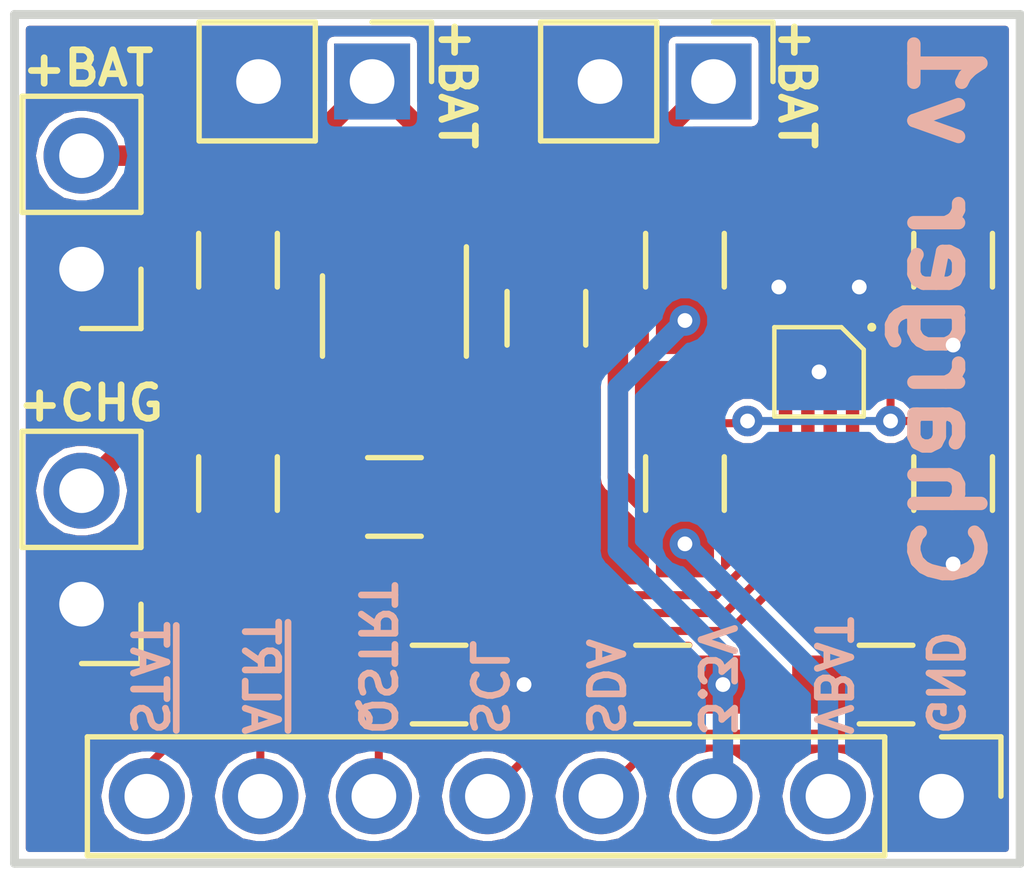
<source format=kicad_pcb>
(kicad_pcb (version 20171130) (host pcbnew "(5.0.1)-3")

  (general
    (thickness 1.6)
    (drawings 17)
    (tracks 101)
    (zones 0)
    (modules 18)
    (nets 14)
  )

  (page A4)
  (layers
    (0 F.Cu signal)
    (31 B.Cu signal)
    (34 B.Paste user)
    (35 F.Paste user)
    (36 B.SilkS user)
    (37 F.SilkS user)
    (38 B.Mask user)
    (39 F.Mask user)
    (44 Edge.Cuts user)
    (45 Margin user)
    (46 B.CrtYd user hide)
    (47 F.CrtYd user hide)
    (49 F.Fab user hide)
  )

  (setup
    (last_trace_width 0.1524)
    (trace_clearance 0.1524)
    (zone_clearance 0.1524)
    (zone_45_only no)
    (trace_min 0.1524)
    (segment_width 0.2)
    (edge_width 0.2)
    (via_size 0.6858)
    (via_drill 0.3302)
    (via_min_size 0.508)
    (via_min_drill 0.254)
    (uvia_size 0.508)
    (uvia_drill 0.254)
    (uvias_allowed no)
    (uvia_min_size 0.508)
    (uvia_min_drill 0.254)
    (pcb_text_width 0.3)
    (pcb_text_size 1.5 1.5)
    (mod_edge_width 0.15)
    (mod_text_size 1 1)
    (mod_text_width 0.15)
    (pad_size 0.8 1.38)
    (pad_drill 0)
    (pad_to_mask_clearance 0.0508)
    (solder_mask_min_width 0.101)
    (aux_axis_origin 0 0)
    (visible_elements 7FFFFFFF)
    (pcbplotparams
      (layerselection 0x00030_80000001)
      (usegerberextensions false)
      (usegerberattributes false)
      (usegerberadvancedattributes false)
      (creategerberjobfile false)
      (excludeedgelayer true)
      (linewidth 0.100000)
      (plotframeref false)
      (viasonmask false)
      (mode 1)
      (useauxorigin false)
      (hpglpennumber 1)
      (hpglpenspeed 20)
      (hpglpendiameter 15.000000)
      (psnegative false)
      (psa4output false)
      (plotreference true)
      (plotvalue true)
      (plotinvisibletext false)
      (padsonsilk false)
      (subtractmaskfromsilk false)
      (outputformat 1)
      (mirror false)
      (drillshape 1)
      (scaleselection 1)
      (outputdirectory ""))
  )

  (net 0 "")
  (net 1 /VCHG)
  (net 2 GND)
  (net 3 /VBAT)
  (net 4 "Net-(C3-Pad1)")
  (net 5 "Net-(C4-Pad1)")
  (net 6 /~STAT)
  (net 7 /QSTRT)
  (net 8 /SCL)
  (net 9 /SDA)
  (net 10 /~ALRT)
  (net 11 /3.3V)
  (net 12 "Net-(R1-Pad1)")
  (net 13 "Net-(R3-Pad2)")

  (net_class Default "This is the default net class."
    (clearance 0.1524)
    (trace_width 0.1524)
    (via_dia 0.6858)
    (via_drill 0.3302)
    (uvia_dia 0.508)
    (uvia_drill 0.254)
  )

  (net_class Power ""
    (clearance 0.1524)
    (trace_width 0.4572)
    (via_dia 0.6858)
    (via_drill 0.3302)
    (uvia_dia 0.508)
    (uvia_drill 0.254)
    (add_net /3.3V)
    (add_net /VBAT)
    (add_net /VCHG)
    (add_net GND)
  )

  (net_class Signal ""
    (clearance 0.1524)
    (trace_width 0.18)
    (via_dia 0.6858)
    (via_drill 0.3302)
    (uvia_dia 0.508)
    (uvia_drill 0.254)
    (add_net /QSTRT)
    (add_net /SCL)
    (add_net /SDA)
    (add_net /~ALRT)
    (add_net /~STAT)
    (add_net "Net-(C3-Pad1)")
    (add_net "Net-(C4-Pad1)")
    (add_net "Net-(R1-Pad1)")
    (add_net "Net-(R3-Pad2)")
  )

  (module my-smd:TDFN-T822+1 (layer F.Cu) (tedit 5DB8699A) (tstamp 5DB84B26)
    (at 153.5 105 270)
    (path /5DB70484)
    (fp_text reference U2 (at 2.664 0) (layer F.SilkS) hide
      (effects (font (size 1 1) (thickness 0.15)))
    )
    (fp_text value MAX17048 (at 0 -3.5 270) (layer F.Fab) hide
      (effects (font (size 1 1) (thickness 0.15)))
    )
    (fp_circle (center -1 -1.18) (end -0.95 -1.18) (layer F.SilkS) (width 0.1))
    (fp_line (start -1 -0.5) (end -1 1) (layer F.SilkS) (width 0.1))
    (fp_line (start 1 -1) (end -0.5 -1) (layer F.SilkS) (width 0.1))
    (fp_line (start -0.5 -1) (end -1 -0.5) (layer F.SilkS) (width 0.1))
    (fp_line (start 1 -1) (end 1 1) (layer F.SilkS) (width 0.1))
    (fp_line (start -1 1) (end 1 1) (layer F.SilkS) (width 0.1))
    (pad 8 smd rect (at 1.39 -0.75 270) (size 1.5 0.3) (layers F.Cu F.Paste F.Mask)
      (net 9 /SDA))
    (pad 7 smd rect (at 1.39 -0.25 270) (size 1.5 0.3) (layers F.Cu F.Paste F.Mask)
      (net 8 /SCL))
    (pad 6 smd rect (at 1.39 0.25 270) (size 1.5 0.3) (layers F.Cu F.Paste F.Mask)
      (net 7 /QSTRT))
    (pad 5 smd rect (at 1.39 0.75 270) (size 1.5 0.3) (layers F.Cu F.Paste F.Mask)
      (net 10 /~ALRT))
    (pad 4 smd rect (at -1.39 0.75 270) (size 1.5 0.3) (layers F.Cu F.Paste F.Mask)
      (net 2 GND))
    (pad 3 smd rect (at -1.39 0.25 270) (size 1.5 0.3) (layers F.Cu F.Paste F.Mask)
      (net 5 "Net-(C4-Pad1)"))
    (pad 2 smd rect (at -1.39 -0.25 270) (size 1.5 0.3) (layers F.Cu F.Paste F.Mask)
      (net 4 "Net-(C3-Pad1)"))
    (pad EP smd rect (at 0 0 270) (size 0.8 1.38) (layers F.Cu F.Paste F.Mask)
      (net 2 GND))
    (pad 1 smd rect (at -1.39 -0.75 270) (size 1.5 0.3) (layers F.Cu F.Paste F.Mask)
      (net 2 GND))
  )

  (module Pin_Headers:Pin_Header_Straight_1x02_Pitch2.54mm (layer F.Cu) (tedit 5DB8696D) (tstamp 5DB78163)
    (at 143.5 98.5 270)
    (descr "Through hole straight pin header, 1x02, 2.54mm pitch, single row")
    (tags "Through hole pin header THT 1x02 2.54mm single row")
    (path /5DB70860)
    (fp_text reference J3 (at 0 -2.33 270) (layer F.SilkS) hide
      (effects (font (size 1 1) (thickness 0.15)))
    )
    (fp_text value "Output 1" (at 0 4.87 270) (layer F.Fab) hide
      (effects (font (size 1 1) (thickness 0.15)))
    )
    (fp_line (start -0.635 -1.27) (end 1.27 -1.27) (layer F.Fab) (width 0.1))
    (fp_line (start 1.27 -1.27) (end 1.27 3.81) (layer F.Fab) (width 0.1))
    (fp_line (start 1.27 3.81) (end -1.27 3.81) (layer F.Fab) (width 0.1))
    (fp_line (start -1.27 3.81) (end -1.27 -0.635) (layer F.Fab) (width 0.1))
    (fp_line (start -1.27 -0.635) (end -0.635 -1.27) (layer F.Fab) (width 0.1))
    (fp_line (start -1.33 3.87) (end 1.33 3.87) (layer F.SilkS) (width 0.12))
    (fp_line (start -1.33 1.27) (end -1.33 3.87) (layer F.SilkS) (width 0.12))
    (fp_line (start 1.33 1.27) (end 1.33 3.87) (layer F.SilkS) (width 0.12))
    (fp_line (start -1.33 1.27) (end 1.33 1.27) (layer F.SilkS) (width 0.12))
    (fp_line (start -1.33 0) (end -1.33 -1.33) (layer F.SilkS) (width 0.12))
    (fp_line (start -1.33 -1.33) (end 0 -1.33) (layer F.SilkS) (width 0.12))
    (fp_line (start -1.8 -1.8) (end -1.8 4.35) (layer F.CrtYd) (width 0.05))
    (fp_line (start -1.8 4.35) (end 1.8 4.35) (layer F.CrtYd) (width 0.05))
    (fp_line (start 1.8 4.35) (end 1.8 -1.8) (layer F.CrtYd) (width 0.05))
    (fp_line (start 1.8 -1.8) (end -1.8 -1.8) (layer F.CrtYd) (width 0.05))
    (fp_text user %R (at 0 1.27) (layer F.Fab) hide
      (effects (font (size 1 1) (thickness 0.15)))
    )
    (pad 1 thru_hole rect (at 0 0 270) (size 1.7 1.7) (drill 1) (layers *.Cu *.Mask)
      (net 3 /VBAT))
    (pad 2 thru_hole oval (at 0 2.54 270) (size 1.7 1.7) (drill 1) (layers *.Cu *.Mask)
      (net 2 GND))
    (model ${KISYS3DMOD}/Pin_Headers.3dshapes/Pin_Header_Straight_1x02_Pitch2.54mm.wrl
      (at (xyz 0 0 0))
      (scale (xyz 1 1 1))
      (rotate (xyz 0 0 0))
    )
  )

  (module Pin_Headers:Pin_Header_Straight_1x02_Pitch2.54mm (layer F.Cu) (tedit 5DB86904) (tstamp 5DB7508C)
    (at 151.14 98.5 270)
    (descr "Through hole straight pin header, 1x02, 2.54mm pitch, single row")
    (tags "Through hole pin header THT 1x02 2.54mm single row")
    (path /5DB7089E)
    (fp_text reference J4 (at 0 -2.33 270) (layer F.SilkS) hide
      (effects (font (size 1 1) (thickness 0.15)))
    )
    (fp_text value "Output 2" (at 0 4.87 270) (layer F.Fab) hide
      (effects (font (size 1 1) (thickness 0.15)))
    )
    (fp_text user %R (at 0 1.27) (layer F.Fab)
      (effects (font (size 1 1) (thickness 0.15)))
    )
    (fp_line (start 1.8 -1.8) (end -1.8 -1.8) (layer F.CrtYd) (width 0.05))
    (fp_line (start 1.8 4.35) (end 1.8 -1.8) (layer F.CrtYd) (width 0.05))
    (fp_line (start -1.8 4.35) (end 1.8 4.35) (layer F.CrtYd) (width 0.05))
    (fp_line (start -1.8 -1.8) (end -1.8 4.35) (layer F.CrtYd) (width 0.05))
    (fp_line (start -1.33 -1.33) (end 0 -1.33) (layer F.SilkS) (width 0.12))
    (fp_line (start -1.33 0) (end -1.33 -1.33) (layer F.SilkS) (width 0.12))
    (fp_line (start -1.33 1.27) (end 1.33 1.27) (layer F.SilkS) (width 0.12))
    (fp_line (start 1.33 1.27) (end 1.33 3.87) (layer F.SilkS) (width 0.12))
    (fp_line (start -1.33 1.27) (end -1.33 3.87) (layer F.SilkS) (width 0.12))
    (fp_line (start -1.33 3.87) (end 1.33 3.87) (layer F.SilkS) (width 0.12))
    (fp_line (start -1.27 -0.635) (end -0.635 -1.27) (layer F.Fab) (width 0.1))
    (fp_line (start -1.27 3.81) (end -1.27 -0.635) (layer F.Fab) (width 0.1))
    (fp_line (start 1.27 3.81) (end -1.27 3.81) (layer F.Fab) (width 0.1))
    (fp_line (start 1.27 -1.27) (end 1.27 3.81) (layer F.Fab) (width 0.1))
    (fp_line (start -0.635 -1.27) (end 1.27 -1.27) (layer F.Fab) (width 0.1))
    (pad 2 thru_hole oval (at 0 2.54 270) (size 1.7 1.7) (drill 1) (layers *.Cu *.Mask)
      (net 2 GND))
    (pad 1 thru_hole rect (at 0 0 270) (size 1.7 1.7) (drill 1) (layers *.Cu *.Mask)
      (net 3 /VBAT))
    (model ${KISYS3DMOD}/Pin_Headers.3dshapes/Pin_Header_Straight_1x02_Pitch2.54mm.wrl
      (at (xyz 0 0 0))
      (scale (xyz 1 1 1))
      (rotate (xyz 0 0 0))
    )
  )

  (module Resistors_SMD:R_0805_HandSoldering (layer F.Cu) (tedit 5DB86944) (tstamp 5DB750B7)
    (at 144 107.8 180)
    (descr "Resistor SMD 0805, hand soldering")
    (tags "resistor 0805")
    (path /5DB70AB8)
    (attr smd)
    (fp_text reference R1 (at -1.6 -1.5 180) (layer F.SilkS) hide
      (effects (font (size 1 1) (thickness 0.15)))
    )
    (fp_text value 1K (at 0 1.75 180) (layer F.Fab) hide
      (effects (font (size 1 1) (thickness 0.15)))
    )
    (fp_line (start 2.35 0.9) (end -2.35 0.9) (layer F.CrtYd) (width 0.05))
    (fp_line (start 2.35 0.9) (end 2.35 -0.9) (layer F.CrtYd) (width 0.05))
    (fp_line (start -2.35 -0.9) (end -2.35 0.9) (layer F.CrtYd) (width 0.05))
    (fp_line (start -2.35 -0.9) (end 2.35 -0.9) (layer F.CrtYd) (width 0.05))
    (fp_line (start -0.6 -0.88) (end 0.6 -0.88) (layer F.SilkS) (width 0.12))
    (fp_line (start 0.6 0.88) (end -0.6 0.88) (layer F.SilkS) (width 0.12))
    (fp_line (start -1 -0.62) (end 1 -0.62) (layer F.Fab) (width 0.1))
    (fp_line (start 1 -0.62) (end 1 0.62) (layer F.Fab) (width 0.1))
    (fp_line (start 1 0.62) (end -1 0.62) (layer F.Fab) (width 0.1))
    (fp_line (start -1 0.62) (end -1 -0.62) (layer F.Fab) (width 0.1))
    (fp_text user %R (at 0 0 180) (layer F.Fab) hide
      (effects (font (size 0.5 0.5) (thickness 0.075)))
    )
    (pad 2 smd rect (at 1.35 0 180) (size 1.5 1.3) (layers F.Cu F.Paste F.Mask)
      (net 2 GND))
    (pad 1 smd rect (at -1.35 0 180) (size 1.5 1.3) (layers F.Cu F.Paste F.Mask)
      (net 12 "Net-(R1-Pad1)"))
    (model ${KISYS3DMOD}/Resistors_SMD.3dshapes/R_0805.wrl
      (at (xyz 0 0 0))
      (scale (xyz 1 1 1))
      (rotate (xyz 0 0 0))
    )
  )

  (module Resistors_SMD:R_0805_HandSoldering (layer F.Cu) (tedit 5DB86994) (tstamp 5DB750C8)
    (at 150.5 107.5 270)
    (descr "Resistor SMD 0805, hand soldering")
    (tags "resistor 0805")
    (path /5DB75734)
    (attr smd)
    (fp_text reference R2 (at 1.5 -1.5 270) (layer F.SilkS) hide
      (effects (font (size 1 1) (thickness 0.15)))
    )
    (fp_text value 1K (at 0 1.75 270) (layer F.Fab) hide
      (effects (font (size 1 1) (thickness 0.15)))
    )
    (fp_line (start 2.35 0.9) (end -2.35 0.9) (layer F.CrtYd) (width 0.05))
    (fp_line (start 2.35 0.9) (end 2.35 -0.9) (layer F.CrtYd) (width 0.05))
    (fp_line (start -2.35 -0.9) (end -2.35 0.9) (layer F.CrtYd) (width 0.05))
    (fp_line (start -2.35 -0.9) (end 2.35 -0.9) (layer F.CrtYd) (width 0.05))
    (fp_line (start -0.6 -0.88) (end 0.6 -0.88) (layer F.SilkS) (width 0.12))
    (fp_line (start 0.6 0.88) (end -0.6 0.88) (layer F.SilkS) (width 0.12))
    (fp_line (start -1 -0.62) (end 1 -0.62) (layer F.Fab) (width 0.1))
    (fp_line (start 1 -0.62) (end 1 0.62) (layer F.Fab) (width 0.1))
    (fp_line (start 1 0.62) (end -1 0.62) (layer F.Fab) (width 0.1))
    (fp_line (start -1 0.62) (end -1 -0.62) (layer F.Fab) (width 0.1))
    (fp_text user %R (at 0 0 270) (layer F.Fab) hide
      (effects (font (size 0.5 0.5) (thickness 0.075)))
    )
    (pad 2 smd rect (at 1.35 0 270) (size 1.5 1.3) (layers F.Cu F.Paste F.Mask)
      (net 3 /VBAT))
    (pad 1 smd rect (at -1.35 0 270) (size 1.5 1.3) (layers F.Cu F.Paste F.Mask)
      (net 4 "Net-(C3-Pad1)"))
    (model ${KISYS3DMOD}/Resistors_SMD.3dshapes/R_0805.wrl
      (at (xyz 0 0 0))
      (scale (xyz 1 1 1))
      (rotate (xyz 0 0 0))
    )
  )

  (module Resistors_SMD:R_0805_HandSoldering (layer F.Cu) (tedit 5DB86988) (tstamp 5DB750D9)
    (at 147.4 103.8 90)
    (descr "Resistor SMD 0805, hand soldering")
    (tags "resistor 0805")
    (path /5DB83C1B)
    (attr smd)
    (fp_text reference R3 (at -3.4 0 90) (layer F.SilkS) hide
      (effects (font (size 1 1) (thickness 0.15)))
    )
    (fp_text value 1K (at 0 1.75 90) (layer F.Fab) hide
      (effects (font (size 1 1) (thickness 0.15)))
    )
    (fp_text user %R (at 0 0 90) (layer F.Fab) hide
      (effects (font (size 0.5 0.5) (thickness 0.075)))
    )
    (fp_line (start -1 0.62) (end -1 -0.62) (layer F.Fab) (width 0.1))
    (fp_line (start 1 0.62) (end -1 0.62) (layer F.Fab) (width 0.1))
    (fp_line (start 1 -0.62) (end 1 0.62) (layer F.Fab) (width 0.1))
    (fp_line (start -1 -0.62) (end 1 -0.62) (layer F.Fab) (width 0.1))
    (fp_line (start 0.6 0.88) (end -0.6 0.88) (layer F.SilkS) (width 0.12))
    (fp_line (start -0.6 -0.88) (end 0.6 -0.88) (layer F.SilkS) (width 0.12))
    (fp_line (start -2.35 -0.9) (end 2.35 -0.9) (layer F.CrtYd) (width 0.05))
    (fp_line (start -2.35 -0.9) (end -2.35 0.9) (layer F.CrtYd) (width 0.05))
    (fp_line (start 2.35 0.9) (end 2.35 -0.9) (layer F.CrtYd) (width 0.05))
    (fp_line (start 2.35 0.9) (end -2.35 0.9) (layer F.CrtYd) (width 0.05))
    (pad 1 smd rect (at -1.35 0 90) (size 1.5 1.3) (layers F.Cu F.Paste F.Mask)
      (net 6 /~STAT))
    (pad 2 smd rect (at 1.35 0 90) (size 1.5 1.3) (layers F.Cu F.Paste F.Mask)
      (net 13 "Net-(R3-Pad2)"))
    (model ${KISYS3DMOD}/Resistors_SMD.3dshapes/R_0805.wrl
      (at (xyz 0 0 0))
      (scale (xyz 1 1 1))
      (rotate (xyz 0 0 0))
    )
  )

  (module Resistors_SMD:R_0805_HandSoldering (layer F.Cu) (tedit 5DB86982) (tstamp 5DB84D31)
    (at 150.5 102.5 90)
    (descr "Resistor SMD 0805, hand soldering")
    (tags "resistor 0805")
    (path /5DBA0257)
    (attr smd)
    (fp_text reference R4 (at 1.5 1.524 90) (layer F.SilkS) hide
      (effects (font (size 1 1) (thickness 0.15)))
    )
    (fp_text value 150 (at 0 1.75 90) (layer F.Fab) hide
      (effects (font (size 1 1) (thickness 0.15)))
    )
    (fp_text user %R (at 0 0 90) (layer F.Fab) hide
      (effects (font (size 0.5 0.5) (thickness 0.075)))
    )
    (fp_line (start -1 0.62) (end -1 -0.62) (layer F.Fab) (width 0.1))
    (fp_line (start 1 0.62) (end -1 0.62) (layer F.Fab) (width 0.1))
    (fp_line (start 1 -0.62) (end 1 0.62) (layer F.Fab) (width 0.1))
    (fp_line (start -1 -0.62) (end 1 -0.62) (layer F.Fab) (width 0.1))
    (fp_line (start 0.6 0.88) (end -0.6 0.88) (layer F.SilkS) (width 0.12))
    (fp_line (start -0.6 -0.88) (end 0.6 -0.88) (layer F.SilkS) (width 0.12))
    (fp_line (start -2.35 -0.9) (end 2.35 -0.9) (layer F.CrtYd) (width 0.05))
    (fp_line (start -2.35 -0.9) (end -2.35 0.9) (layer F.CrtYd) (width 0.05))
    (fp_line (start 2.35 0.9) (end 2.35 -0.9) (layer F.CrtYd) (width 0.05))
    (fp_line (start 2.35 0.9) (end -2.35 0.9) (layer F.CrtYd) (width 0.05))
    (pad 1 smd rect (at -1.35 0 90) (size 1.5 1.3) (layers F.Cu F.Paste F.Mask)
      (net 11 /3.3V))
    (pad 2 smd rect (at 1.35 0 90) (size 1.5 1.3) (layers F.Cu F.Paste F.Mask)
      (net 5 "Net-(C4-Pad1)"))
    (model ${KISYS3DMOD}/Resistors_SMD.3dshapes/R_0805.wrl
      (at (xyz 0 0 0))
      (scale (xyz 1 1 1))
      (rotate (xyz 0 0 0))
    )
  )

  (module Resistors_SMD:R_0805_HandSoldering (layer F.Cu) (tedit 5DB869B8) (tstamp 5DB770F6)
    (at 155 112)
    (descr "Resistor SMD 0805, hand soldering")
    (tags "resistor 0805")
    (path /5DB9E613)
    (attr smd)
    (fp_text reference R5 (at 0 -1.1 180) (layer F.SilkS) hide
      (effects (font (size 1 1) (thickness 0.15)))
    )
    (fp_text value 4.7K (at 0 1.75) (layer F.Fab) hide
      (effects (font (size 1 1) (thickness 0.15)))
    )
    (fp_line (start 2.35 0.9) (end -2.35 0.9) (layer F.CrtYd) (width 0.05))
    (fp_line (start 2.35 0.9) (end 2.35 -0.9) (layer F.CrtYd) (width 0.05))
    (fp_line (start -2.35 -0.9) (end -2.35 0.9) (layer F.CrtYd) (width 0.05))
    (fp_line (start -2.35 -0.9) (end 2.35 -0.9) (layer F.CrtYd) (width 0.05))
    (fp_line (start -0.6 -0.88) (end 0.6 -0.88) (layer F.SilkS) (width 0.12))
    (fp_line (start 0.6 0.88) (end -0.6 0.88) (layer F.SilkS) (width 0.12))
    (fp_line (start -1 -0.62) (end 1 -0.62) (layer F.Fab) (width 0.1))
    (fp_line (start 1 -0.62) (end 1 0.62) (layer F.Fab) (width 0.1))
    (fp_line (start 1 0.62) (end -1 0.62) (layer F.Fab) (width 0.1))
    (fp_line (start -1 0.62) (end -1 -0.62) (layer F.Fab) (width 0.1))
    (fp_text user %R (at 0 0) (layer F.Fab) hide
      (effects (font (size 0.5 0.5) (thickness 0.075)))
    )
    (pad 2 smd rect (at 1.35 0) (size 1.5 1.3) (layers F.Cu F.Paste F.Mask)
      (net 9 /SDA))
    (pad 1 smd rect (at -1.35 0) (size 1.5 1.3) (layers F.Cu F.Paste F.Mask)
      (net 11 /3.3V))
    (model ${KISYS3DMOD}/Resistors_SMD.3dshapes/R_0805.wrl
      (at (xyz 0 0 0))
      (scale (xyz 1 1 1))
      (rotate (xyz 0 0 0))
    )
  )

  (module Resistors_SMD:R_0805_HandSoldering (layer F.Cu) (tedit 5DB869B1) (tstamp 5DB75FC6)
    (at 150 112 180)
    (descr "Resistor SMD 0805, hand soldering")
    (tags "resistor 0805")
    (path /5DBA021B)
    (attr smd)
    (fp_text reference R6 (at -0.1 1) (layer F.SilkS) hide
      (effects (font (size 1 1) (thickness 0.15)))
    )
    (fp_text value 4.7K (at 0 1.75 180) (layer F.Fab) hide
      (effects (font (size 1 1) (thickness 0.15)))
    )
    (fp_text user %R (at 0 0 180) (layer F.Fab) hide
      (effects (font (size 0.5 0.5) (thickness 0.075)))
    )
    (fp_line (start -1 0.62) (end -1 -0.62) (layer F.Fab) (width 0.1))
    (fp_line (start 1 0.62) (end -1 0.62) (layer F.Fab) (width 0.1))
    (fp_line (start 1 -0.62) (end 1 0.62) (layer F.Fab) (width 0.1))
    (fp_line (start -1 -0.62) (end 1 -0.62) (layer F.Fab) (width 0.1))
    (fp_line (start 0.6 0.88) (end -0.6 0.88) (layer F.SilkS) (width 0.12))
    (fp_line (start -0.6 -0.88) (end 0.6 -0.88) (layer F.SilkS) (width 0.12))
    (fp_line (start -2.35 -0.9) (end 2.35 -0.9) (layer F.CrtYd) (width 0.05))
    (fp_line (start -2.35 -0.9) (end -2.35 0.9) (layer F.CrtYd) (width 0.05))
    (fp_line (start 2.35 0.9) (end 2.35 -0.9) (layer F.CrtYd) (width 0.05))
    (fp_line (start 2.35 0.9) (end -2.35 0.9) (layer F.CrtYd) (width 0.05))
    (pad 1 smd rect (at -1.35 0 180) (size 1.5 1.3) (layers F.Cu F.Paste F.Mask)
      (net 11 /3.3V))
    (pad 2 smd rect (at 1.35 0 180) (size 1.5 1.3) (layers F.Cu F.Paste F.Mask)
      (net 8 /SCL))
    (model ${KISYS3DMOD}/Resistors_SMD.3dshapes/R_0805.wrl
      (at (xyz 0 0 0))
      (scale (xyz 1 1 1))
      (rotate (xyz 0 0 0))
    )
  )

  (module Resistors_SMD:R_0805_HandSoldering (layer F.Cu) (tedit 5DB86AC1) (tstamp 5DB76EFE)
    (at 145 112)
    (descr "Resistor SMD 0805, hand soldering")
    (tags "resistor 0805")
    (path /5DBA57A4)
    (attr smd)
    (fp_text reference R7 (at 0.1 -1.1 180) (layer F.SilkS) hide
      (effects (font (size 1 1) (thickness 0.15)))
    )
    (fp_text value 4.7K (at 0 1.75) (layer F.Fab) hide
      (effects (font (size 1 1) (thickness 0.15)))
    )
    (fp_line (start 2.35 0.9) (end -2.35 0.9) (layer F.CrtYd) (width 0.05))
    (fp_line (start 2.35 0.9) (end 2.35 -0.9) (layer F.CrtYd) (width 0.05))
    (fp_line (start -2.35 -0.9) (end -2.35 0.9) (layer F.CrtYd) (width 0.05))
    (fp_line (start -2.35 -0.9) (end 2.35 -0.9) (layer F.CrtYd) (width 0.05))
    (fp_line (start -0.6 -0.88) (end 0.6 -0.88) (layer F.SilkS) (width 0.12))
    (fp_line (start 0.6 0.88) (end -0.6 0.88) (layer F.SilkS) (width 0.12))
    (fp_line (start -1 -0.62) (end 1 -0.62) (layer F.Fab) (width 0.1))
    (fp_line (start 1 -0.62) (end 1 0.62) (layer F.Fab) (width 0.1))
    (fp_line (start 1 0.62) (end -1 0.62) (layer F.Fab) (width 0.1))
    (fp_line (start -1 0.62) (end -1 -0.62) (layer F.Fab) (width 0.1))
    (fp_text user %R (at 0 0) (layer F.Fab) hide
      (effects (font (size 0.5 0.5) (thickness 0.075)))
    )
    (pad 2 smd rect (at 1.35 0) (size 1.5 1.3) (layers F.Cu F.Paste F.Mask)
      (net 2 GND))
    (pad 1 smd rect (at -1.35 0) (size 1.5 1.3) (layers F.Cu F.Paste F.Mask)
      (net 7 /QSTRT))
    (model ${KISYS3DMOD}/Resistors_SMD.3dshapes/R_0805.wrl
      (at (xyz 0 0 0))
      (scale (xyz 1 1 1))
      (rotate (xyz 0 0 0))
    )
  )

  (module TO_SOT_Packages_SMD:SOT-23-5_HandSoldering (layer F.Cu) (tedit 5DB86948) (tstamp 5DB76114)
    (at 144 103.75 270)
    (descr "5-pin SOT23 package")
    (tags "SOT-23-5 hand-soldering")
    (path /5DB6FAF2)
    (attr smd)
    (fp_text reference U1 (at 2.714 0.127) (layer F.SilkS) hide
      (effects (font (size 1 1) (thickness 0.15)))
    )
    (fp_text value MCP73831T-2 (at 0 2.9 270) (layer F.Fab) hide
      (effects (font (size 1 1) (thickness 0.15)))
    )
    (fp_line (start 2.38 1.8) (end -2.38 1.8) (layer F.CrtYd) (width 0.05))
    (fp_line (start 2.38 1.8) (end 2.38 -1.8) (layer F.CrtYd) (width 0.05))
    (fp_line (start -2.38 -1.8) (end -2.38 1.8) (layer F.CrtYd) (width 0.05))
    (fp_line (start -2.38 -1.8) (end 2.38 -1.8) (layer F.CrtYd) (width 0.05))
    (fp_line (start 0.9 -1.55) (end 0.9 1.55) (layer F.Fab) (width 0.1))
    (fp_line (start 0.9 1.55) (end -0.9 1.55) (layer F.Fab) (width 0.1))
    (fp_line (start -0.9 -0.9) (end -0.9 1.55) (layer F.Fab) (width 0.1))
    (fp_line (start 0.9 -1.55) (end -0.25 -1.55) (layer F.Fab) (width 0.1))
    (fp_line (start -0.9 -0.9) (end -0.25 -1.55) (layer F.Fab) (width 0.1))
    (fp_line (start 0.9 -1.61) (end -1.55 -1.61) (layer F.SilkS) (width 0.12))
    (fp_line (start -0.9 1.61) (end 0.9 1.61) (layer F.SilkS) (width 0.12))
    (fp_text user %R (at 0 0) (layer F.Fab) hide
      (effects (font (size 0.5 0.5) (thickness 0.075)))
    )
    (pad 5 smd rect (at 1.35 -0.95 270) (size 1.56 0.65) (layers F.Cu F.Paste F.Mask)
      (net 12 "Net-(R1-Pad1)"))
    (pad 4 smd rect (at 1.35 0.95 270) (size 1.56 0.65) (layers F.Cu F.Paste F.Mask)
      (net 1 /VCHG))
    (pad 3 smd rect (at -1.35 0.95 270) (size 1.56 0.65) (layers F.Cu F.Paste F.Mask)
      (net 3 /VBAT))
    (pad 2 smd rect (at -1.35 0 270) (size 1.56 0.65) (layers F.Cu F.Paste F.Mask)
      (net 2 GND))
    (pad 1 smd rect (at -1.35 -0.95 270) (size 1.56 0.65) (layers F.Cu F.Paste F.Mask)
      (net 13 "Net-(R3-Pad2)"))
    (model ${KISYS3DMOD}/TO_SOT_Packages_SMD.3dshapes\SOT-23-5.wrl
      (at (xyz 0 0 0))
      (scale (xyz 1 1 1))
      (rotate (xyz 0 0 0))
    )
  )

  (module Resistors_SMD:R_0805_HandSoldering (layer F.Cu) (tedit 5DB8693A) (tstamp 5DB85A64)
    (at 140.5 107.5 270)
    (descr "Resistor SMD 0805, hand soldering")
    (tags "resistor 0805")
    (path /5DB70B4B)
    (attr smd)
    (fp_text reference C1 (at -1.5 1.5 270) (layer F.SilkS) hide
      (effects (font (size 1 1) (thickness 0.15)))
    )
    (fp_text value 10uF (at 0 1.75 270) (layer F.Fab) hide
      (effects (font (size 1 1) (thickness 0.15)))
    )
    (fp_line (start 2.35 0.9) (end -2.35 0.9) (layer F.CrtYd) (width 0.05))
    (fp_line (start 2.35 0.9) (end 2.35 -0.9) (layer F.CrtYd) (width 0.05))
    (fp_line (start -2.35 -0.9) (end -2.35 0.9) (layer F.CrtYd) (width 0.05))
    (fp_line (start -2.35 -0.9) (end 2.35 -0.9) (layer F.CrtYd) (width 0.05))
    (fp_line (start -0.6 -0.88) (end 0.6 -0.88) (layer F.SilkS) (width 0.12))
    (fp_line (start 0.6 0.88) (end -0.6 0.88) (layer F.SilkS) (width 0.12))
    (fp_line (start -1 -0.62) (end 1 -0.62) (layer F.Fab) (width 0.1))
    (fp_line (start 1 -0.62) (end 1 0.62) (layer F.Fab) (width 0.1))
    (fp_line (start 1 0.62) (end -1 0.62) (layer F.Fab) (width 0.1))
    (fp_line (start -1 0.62) (end -1 -0.62) (layer F.Fab) (width 0.1))
    (fp_text user %R (at 0 0 270) (layer F.Fab) hide
      (effects (font (size 0.5 0.5) (thickness 0.075)))
    )
    (pad 2 smd rect (at 1.35 0 270) (size 1.5 1.3) (layers F.Cu F.Paste F.Mask)
      (net 2 GND))
    (pad 1 smd rect (at -1.35 0 270) (size 1.5 1.3) (layers F.Cu F.Paste F.Mask)
      (net 1 /VCHG))
    (model ${KISYS3DMOD}/Resistors_SMD.3dshapes/R_0805.wrl
      (at (xyz 0 0 0))
      (scale (xyz 1 1 1))
      (rotate (xyz 0 0 0))
    )
  )

  (module Resistors_SMD:R_0805_HandSoldering (layer F.Cu) (tedit 5DB8692F) (tstamp 5DB85AB5)
    (at 140.5 102.5 270)
    (descr "Resistor SMD 0805, hand soldering")
    (tags "resistor 0805")
    (path /5DB70E82)
    (attr smd)
    (fp_text reference C2 (at -1.4 1.4 270) (layer F.SilkS) hide
      (effects (font (size 1 1) (thickness 0.15)))
    )
    (fp_text value 10uF (at 0 1.75 270) (layer F.Fab) hide
      (effects (font (size 1 1) (thickness 0.15)))
    )
    (fp_text user %R (at 0 0 270) (layer F.Fab) hide
      (effects (font (size 0.5 0.5) (thickness 0.075)))
    )
    (fp_line (start -1 0.62) (end -1 -0.62) (layer F.Fab) (width 0.1))
    (fp_line (start 1 0.62) (end -1 0.62) (layer F.Fab) (width 0.1))
    (fp_line (start 1 -0.62) (end 1 0.62) (layer F.Fab) (width 0.1))
    (fp_line (start -1 -0.62) (end 1 -0.62) (layer F.Fab) (width 0.1))
    (fp_line (start 0.6 0.88) (end -0.6 0.88) (layer F.SilkS) (width 0.12))
    (fp_line (start -0.6 -0.88) (end 0.6 -0.88) (layer F.SilkS) (width 0.12))
    (fp_line (start -2.35 -0.9) (end 2.35 -0.9) (layer F.CrtYd) (width 0.05))
    (fp_line (start -2.35 -0.9) (end -2.35 0.9) (layer F.CrtYd) (width 0.05))
    (fp_line (start 2.35 0.9) (end 2.35 -0.9) (layer F.CrtYd) (width 0.05))
    (fp_line (start 2.35 0.9) (end -2.35 0.9) (layer F.CrtYd) (width 0.05))
    (pad 1 smd rect (at -1.35 0 270) (size 1.5 1.3) (layers F.Cu F.Paste F.Mask)
      (net 3 /VBAT))
    (pad 2 smd rect (at 1.35 0 270) (size 1.5 1.3) (layers F.Cu F.Paste F.Mask)
      (net 2 GND))
    (model ${KISYS3DMOD}/Resistors_SMD.3dshapes/R_0805.wrl
      (at (xyz 0 0 0))
      (scale (xyz 1 1 1))
      (rotate (xyz 0 0 0))
    )
  )

  (module Resistors_SMD:R_0805_HandSoldering (layer F.Cu) (tedit 5DB869A3) (tstamp 5DB84AC1)
    (at 156.5 107.5 270)
    (descr "Resistor SMD 0805, hand soldering")
    (tags "resistor 0805")
    (path /5DB770AC)
    (attr smd)
    (fp_text reference C3 (at 1.5 1.5 270) (layer F.SilkS) hide
      (effects (font (size 1 1) (thickness 0.15)))
    )
    (fp_text value 1uF (at 0 1.75 270) (layer F.Fab) hide
      (effects (font (size 1 1) (thickness 0.15)))
    )
    (fp_text user %R (at 0 0 270) (layer F.Fab) hide
      (effects (font (size 0.5 0.5) (thickness 0.075)))
    )
    (fp_line (start -1 0.62) (end -1 -0.62) (layer F.Fab) (width 0.1))
    (fp_line (start 1 0.62) (end -1 0.62) (layer F.Fab) (width 0.1))
    (fp_line (start 1 -0.62) (end 1 0.62) (layer F.Fab) (width 0.1))
    (fp_line (start -1 -0.62) (end 1 -0.62) (layer F.Fab) (width 0.1))
    (fp_line (start 0.6 0.88) (end -0.6 0.88) (layer F.SilkS) (width 0.12))
    (fp_line (start -0.6 -0.88) (end 0.6 -0.88) (layer F.SilkS) (width 0.12))
    (fp_line (start -2.35 -0.9) (end 2.35 -0.9) (layer F.CrtYd) (width 0.05))
    (fp_line (start -2.35 -0.9) (end -2.35 0.9) (layer F.CrtYd) (width 0.05))
    (fp_line (start 2.35 0.9) (end 2.35 -0.9) (layer F.CrtYd) (width 0.05))
    (fp_line (start 2.35 0.9) (end -2.35 0.9) (layer F.CrtYd) (width 0.05))
    (pad 1 smd rect (at -1.35 0 270) (size 1.5 1.3) (layers F.Cu F.Paste F.Mask)
      (net 4 "Net-(C3-Pad1)"))
    (pad 2 smd rect (at 1.35 0 270) (size 1.5 1.3) (layers F.Cu F.Paste F.Mask)
      (net 2 GND))
    (model ${KISYS3DMOD}/Resistors_SMD.3dshapes/R_0805.wrl
      (at (xyz 0 0 0))
      (scale (xyz 1 1 1))
      (rotate (xyz 0 0 0))
    )
  )

  (module Resistors_SMD:R_0805_HandSoldering (layer F.Cu) (tedit 5DB8699E) (tstamp 5DB84AD1)
    (at 156.5 102.5 270)
    (descr "Resistor SMD 0805, hand soldering")
    (tags "resistor 0805")
    (path /5DB722A4)
    (attr smd)
    (fp_text reference C4 (at -1.5 1.5 270) (layer F.SilkS) hide
      (effects (font (size 1 1) (thickness 0.15)))
    )
    (fp_text value 10nF (at 0 1.75 270) (layer F.Fab) hide
      (effects (font (size 1 1) (thickness 0.15)))
    )
    (fp_line (start 2.35 0.9) (end -2.35 0.9) (layer F.CrtYd) (width 0.05))
    (fp_line (start 2.35 0.9) (end 2.35 -0.9) (layer F.CrtYd) (width 0.05))
    (fp_line (start -2.35 -0.9) (end -2.35 0.9) (layer F.CrtYd) (width 0.05))
    (fp_line (start -2.35 -0.9) (end 2.35 -0.9) (layer F.CrtYd) (width 0.05))
    (fp_line (start -0.6 -0.88) (end 0.6 -0.88) (layer F.SilkS) (width 0.12))
    (fp_line (start 0.6 0.88) (end -0.6 0.88) (layer F.SilkS) (width 0.12))
    (fp_line (start -1 -0.62) (end 1 -0.62) (layer F.Fab) (width 0.1))
    (fp_line (start 1 -0.62) (end 1 0.62) (layer F.Fab) (width 0.1))
    (fp_line (start 1 0.62) (end -1 0.62) (layer F.Fab) (width 0.1))
    (fp_line (start -1 0.62) (end -1 -0.62) (layer F.Fab) (width 0.1))
    (fp_text user %R (at 0 0 270) (layer F.Fab) hide
      (effects (font (size 0.5 0.5) (thickness 0.075)))
    )
    (pad 2 smd rect (at 1.35 0 270) (size 1.5 1.3) (layers F.Cu F.Paste F.Mask)
      (net 2 GND))
    (pad 1 smd rect (at -1.35 0 270) (size 1.5 1.3) (layers F.Cu F.Paste F.Mask)
      (net 5 "Net-(C4-Pad1)"))
    (model ${KISYS3DMOD}/Resistors_SMD.3dshapes/R_0805.wrl
      (at (xyz 0 0 0))
      (scale (xyz 1 1 1))
      (rotate (xyz 0 0 0))
    )
  )

  (module Pin_Headers:Pin_Header_Straight_1x02_Pitch2.54mm (layer F.Cu) (tedit 5DB86924) (tstamp 5DB85C84)
    (at 137 102.7 180)
    (descr "Through hole straight pin header, 1x02, 2.54mm pitch, single row")
    (tags "Through hole pin header THT 1x02 2.54mm single row")
    (path /5DB707EE)
    (fp_text reference J1 (at 0 -2.33 180) (layer F.SilkS) hide
      (effects (font (size 1 1) (thickness 0.15)))
    )
    (fp_text value Battery (at 0 4.87 180) (layer F.Fab) hide
      (effects (font (size 1 1) (thickness 0.15)))
    )
    (fp_line (start -0.635 -1.27) (end 1.27 -1.27) (layer F.Fab) (width 0.1))
    (fp_line (start 1.27 -1.27) (end 1.27 3.81) (layer F.Fab) (width 0.1))
    (fp_line (start 1.27 3.81) (end -1.27 3.81) (layer F.Fab) (width 0.1))
    (fp_line (start -1.27 3.81) (end -1.27 -0.635) (layer F.Fab) (width 0.1))
    (fp_line (start -1.27 -0.635) (end -0.635 -1.27) (layer F.Fab) (width 0.1))
    (fp_line (start -1.33 3.87) (end 1.33 3.87) (layer F.SilkS) (width 0.12))
    (fp_line (start -1.33 1.27) (end -1.33 3.87) (layer F.SilkS) (width 0.12))
    (fp_line (start 1.33 1.27) (end 1.33 3.87) (layer F.SilkS) (width 0.12))
    (fp_line (start -1.33 1.27) (end 1.33 1.27) (layer F.SilkS) (width 0.12))
    (fp_line (start -1.33 0) (end -1.33 -1.33) (layer F.SilkS) (width 0.12))
    (fp_line (start -1.33 -1.33) (end 0 -1.33) (layer F.SilkS) (width 0.12))
    (fp_line (start -1.8 -1.8) (end -1.8 4.35) (layer F.CrtYd) (width 0.05))
    (fp_line (start -1.8 4.35) (end 1.8 4.35) (layer F.CrtYd) (width 0.05))
    (fp_line (start 1.8 4.35) (end 1.8 -1.8) (layer F.CrtYd) (width 0.05))
    (fp_line (start 1.8 -1.8) (end -1.8 -1.8) (layer F.CrtYd) (width 0.05))
    (fp_text user %R (at 0 1.27 270) (layer F.Fab) hide
      (effects (font (size 1 1) (thickness 0.15)))
    )
    (pad 1 thru_hole rect (at 0 0 180) (size 1.7 1.7) (drill 1) (layers *.Cu *.Mask)
      (net 2 GND))
    (pad 2 thru_hole oval (at 0 2.54 180) (size 1.7 1.7) (drill 1) (layers *.Cu *.Mask)
      (net 3 /VBAT))
    (model ${KISYS3DMOD}/Pin_Headers.3dshapes/Pin_Header_Straight_1x02_Pitch2.54mm.wrl
      (at (xyz 0 0 0))
      (scale (xyz 1 1 1))
      (rotate (xyz 0 0 0))
    )
  )

  (module Pin_Headers:Pin_Header_Straight_1x02_Pitch2.54mm (layer F.Cu) (tedit 5DB8691C) (tstamp 5DB84AF6)
    (at 137 110.2 180)
    (descr "Through hole straight pin header, 1x02, 2.54mm pitch, single row")
    (tags "Through hole pin header THT 1x02 2.54mm single row")
    (path /5DB716C5)
    (fp_text reference J2 (at 0 -2.33 180) (layer F.SilkS) hide
      (effects (font (size 1 1) (thickness 0.15)))
    )
    (fp_text value Charger (at 0 4.87 180) (layer F.Fab) hide
      (effects (font (size 1 1) (thickness 0.15)))
    )
    (fp_text user %R (at 0 1.27 270) (layer F.Fab) hide
      (effects (font (size 1 1) (thickness 0.15)))
    )
    (fp_line (start 1.8 -1.8) (end -1.8 -1.8) (layer F.CrtYd) (width 0.05))
    (fp_line (start 1.8 4.35) (end 1.8 -1.8) (layer F.CrtYd) (width 0.05))
    (fp_line (start -1.8 4.35) (end 1.8 4.35) (layer F.CrtYd) (width 0.05))
    (fp_line (start -1.8 -1.8) (end -1.8 4.35) (layer F.CrtYd) (width 0.05))
    (fp_line (start -1.33 -1.33) (end 0 -1.33) (layer F.SilkS) (width 0.12))
    (fp_line (start -1.33 0) (end -1.33 -1.33) (layer F.SilkS) (width 0.12))
    (fp_line (start -1.33 1.27) (end 1.33 1.27) (layer F.SilkS) (width 0.12))
    (fp_line (start 1.33 1.27) (end 1.33 3.87) (layer F.SilkS) (width 0.12))
    (fp_line (start -1.33 1.27) (end -1.33 3.87) (layer F.SilkS) (width 0.12))
    (fp_line (start -1.33 3.87) (end 1.33 3.87) (layer F.SilkS) (width 0.12))
    (fp_line (start -1.27 -0.635) (end -0.635 -1.27) (layer F.Fab) (width 0.1))
    (fp_line (start -1.27 3.81) (end -1.27 -0.635) (layer F.Fab) (width 0.1))
    (fp_line (start 1.27 3.81) (end -1.27 3.81) (layer F.Fab) (width 0.1))
    (fp_line (start 1.27 -1.27) (end 1.27 3.81) (layer F.Fab) (width 0.1))
    (fp_line (start -0.635 -1.27) (end 1.27 -1.27) (layer F.Fab) (width 0.1))
    (pad 2 thru_hole oval (at 0 2.54 180) (size 1.7 1.7) (drill 1) (layers *.Cu *.Mask)
      (net 1 /VCHG))
    (pad 1 thru_hole rect (at 0 0 180) (size 1.7 1.7) (drill 1) (layers *.Cu *.Mask)
      (net 2 GND))
    (model ${KISYS3DMOD}/Pin_Headers.3dshapes/Pin_Header_Straight_1x02_Pitch2.54mm.wrl
      (at (xyz 0 0 0))
      (scale (xyz 1 1 1))
      (rotate (xyz 0 0 0))
    )
  )

  (module Pin_Headers:Pin_Header_Straight_1x08_Pitch2.54mm (layer F.Cu) (tedit 5DB869C0) (tstamp 5DB86DA5)
    (at 156.24 114.5 270)
    (descr "Through hole straight pin header, 1x08, 2.54mm pitch, single row")
    (tags "Through hole pin header THT 1x08 2.54mm single row")
    (path /5DB860CB)
    (fp_text reference J5 (at 0 -2.33 270) (layer F.SilkS) hide
      (effects (font (size 1 1) (thickness 0.15)))
    )
    (fp_text value MCU (at 0 20.11 270) (layer F.Fab) hide
      (effects (font (size 1 1) (thickness 0.15)))
    )
    (fp_text user %R (at 0 8.89) (layer F.Fab) hide
      (effects (font (size 1 1) (thickness 0.15)))
    )
    (fp_line (start 1.8 -1.8) (end -1.8 -1.8) (layer F.CrtYd) (width 0.05))
    (fp_line (start 1.8 19.55) (end 1.8 -1.8) (layer F.CrtYd) (width 0.05))
    (fp_line (start -1.8 19.55) (end 1.8 19.55) (layer F.CrtYd) (width 0.05))
    (fp_line (start -1.8 -1.8) (end -1.8 19.55) (layer F.CrtYd) (width 0.05))
    (fp_line (start -1.33 -1.33) (end 0 -1.33) (layer F.SilkS) (width 0.12))
    (fp_line (start -1.33 0) (end -1.33 -1.33) (layer F.SilkS) (width 0.12))
    (fp_line (start -1.33 1.27) (end 1.33 1.27) (layer F.SilkS) (width 0.12))
    (fp_line (start 1.33 1.27) (end 1.33 19.11) (layer F.SilkS) (width 0.12))
    (fp_line (start -1.33 1.27) (end -1.33 19.11) (layer F.SilkS) (width 0.12))
    (fp_line (start -1.33 19.11) (end 1.33 19.11) (layer F.SilkS) (width 0.12))
    (fp_line (start -1.27 -0.635) (end -0.635 -1.27) (layer F.Fab) (width 0.1))
    (fp_line (start -1.27 19.05) (end -1.27 -0.635) (layer F.Fab) (width 0.1))
    (fp_line (start 1.27 19.05) (end -1.27 19.05) (layer F.Fab) (width 0.1))
    (fp_line (start 1.27 -1.27) (end 1.27 19.05) (layer F.Fab) (width 0.1))
    (fp_line (start -0.635 -1.27) (end 1.27 -1.27) (layer F.Fab) (width 0.1))
    (pad 8 thru_hole oval (at 0 17.78 270) (size 1.7 1.7) (drill 1) (layers *.Cu *.Mask)
      (net 6 /~STAT))
    (pad 7 thru_hole oval (at 0 15.24 270) (size 1.7 1.7) (drill 1) (layers *.Cu *.Mask)
      (net 10 /~ALRT))
    (pad 6 thru_hole oval (at 0 12.7 270) (size 1.7 1.7) (drill 1) (layers *.Cu *.Mask)
      (net 7 /QSTRT))
    (pad 5 thru_hole oval (at 0 10.16 270) (size 1.7 1.7) (drill 1) (layers *.Cu *.Mask)
      (net 8 /SCL))
    (pad 4 thru_hole oval (at 0 7.62 270) (size 1.7 1.7) (drill 1) (layers *.Cu *.Mask)
      (net 9 /SDA))
    (pad 3 thru_hole oval (at 0 5.08 270) (size 1.7 1.7) (drill 1) (layers *.Cu *.Mask)
      (net 11 /3.3V))
    (pad 2 thru_hole oval (at 0 2.54 270) (size 1.7 1.7) (drill 1) (layers *.Cu *.Mask)
      (net 3 /VBAT))
    (pad 1 thru_hole rect (at 0 0 270) (size 1.7 1.7) (drill 1) (layers *.Cu *.Mask)
      (net 2 GND))
    (model ${KISYS3DMOD}/Pin_Headers.3dshapes/Pin_Header_Straight_1x08_Pitch2.54mm.wrl
      (at (xyz 0 0 0))
      (scale (xyz 1 1 1))
      (rotate (xyz 0 0 0))
    )
  )

  (gr_text "Charger v1" (at 156.3 110 270) (layer B.SilkS) (tstamp 5DB98954)
    (effects (font (size 1.5 1.5) (thickness 0.3)) (justify left mirror))
  )
  (gr_text +BAT (at 153 97 270) (layer F.SilkS) (tstamp 5DB87008)
    (effects (font (size 0.75 0.75) (thickness 0.15)) (justify left))
  )
  (gr_text +BAT (at 145.4 97 270) (layer F.SilkS) (tstamp 5DB87003)
    (effects (font (size 0.75 0.75) (thickness 0.15)) (justify left))
  )
  (gr_text +CHG (at 135.5 105.7) (layer F.SilkS) (tstamp 5DB86FEA)
    (effects (font (size 0.75 0.75) (thickness 0.15)) (justify left))
  )
  (gr_text +BAT (at 135.6 98.2) (layer F.SilkS) (tstamp 5DB86FE7)
    (effects (font (size 0.75 0.75) (thickness 0.15)) (justify left))
  )
  (gr_text "GND\n" (at 156.3 113.2 270) (layer B.SilkS) (tstamp 5DB86FD7)
    (effects (font (size 0.75 0.75) (thickness 0.15)) (justify left mirror))
  )
  (gr_text VBAT (at 153.8 113.2 270) (layer B.SilkS) (tstamp 5DB86FD5)
    (effects (font (size 0.75 0.75) (thickness 0.15)) (justify left mirror))
  )
  (gr_text 3.3V (at 151.2 113.2 270) (layer B.SilkS) (tstamp 5DB86FD3)
    (effects (font (size 0.75 0.75) (thickness 0.15)) (justify left mirror))
  )
  (gr_text SDA (at 148.7 113.2 270) (layer B.SilkS) (tstamp 5DB86FD1)
    (effects (font (size 0.75 0.75) (thickness 0.15)) (justify left mirror))
  )
  (gr_text SCL (at 146.1 113.2 270) (layer B.SilkS) (tstamp 5DB86FCF)
    (effects (font (size 0.75 0.75) (thickness 0.15)) (justify left mirror))
  )
  (gr_text QSTRT (at 143.6 113.2 270) (layer B.SilkS) (tstamp 5DB86FCD)
    (effects (font (size 0.75 0.75) (thickness 0.15)) (justify left mirror))
  )
  (gr_text ~ALRT (at 141 113.2 270) (layer B.SilkS) (tstamp 5DB86FCB)
    (effects (font (size 0.75 0.75) (thickness 0.15)) (justify left mirror))
  )
  (gr_text ~STAT (at 138.5 113.2 270) (layer B.SilkS)
    (effects (font (size 0.75 0.75) (thickness 0.15)) (justify left mirror))
  )
  (gr_line (start 158 97) (end 158 116) (layer Edge.Cuts) (width 0.2))
  (gr_line (start 135.5 97) (end 135.5 116) (layer Edge.Cuts) (width 0.2))
  (gr_line (start 135.5 116) (end 158 116) (layer Edge.Cuts) (width 0.2) (tstamp 5DB78306))
  (gr_line (start 135.5 97) (end 158 97) (layer Edge.Cuts) (width 0.2))

  (segment (start 142 106.15) (end 143.05 105.1) (width 0.4572) (layer F.Cu) (net 1))
  (segment (start 140.5 106.15) (end 142 106.15) (width 0.4572) (layer F.Cu) (net 1))
  (segment (start 138.51 106.15) (end 140.5 106.15) (width 0.4572) (layer F.Cu) (net 1))
  (segment (start 137 107.66) (end 138.51 106.15) (width 0.4572) (layer F.Cu) (net 1))
  (segment (start 153.5 105) (end 153.5 105) (width 0.1524) (layer F.Cu) (net 2))
  (segment (start 153.5 105) (end 153.9 105) (width 0.1524) (layer F.Cu) (net 2) (tstamp 5DB86815))
  (via (at 146.9 112) (size 0.6858) (drill 0.3302) (layers F.Cu B.Cu) (net 2))
  (via (at 152.6 103.1) (size 0.6858) (drill 0.3302) (layers F.Cu B.Cu) (net 2))
  (via (at 154.4 103.1) (size 0.6858) (drill 0.3302) (layers F.Cu B.Cu) (net 2))
  (via (at 156.5 109.3) (size 0.6858) (drill 0.3302) (layers F.Cu B.Cu) (net 2))
  (via (at 156.5 104.4) (size 0.6858) (drill 0.3302) (layers F.Cu B.Cu) (net 2))
  (segment (start 141.6 108.85) (end 142.65 107.8) (width 0.4572) (layer F.Cu) (net 2))
  (segment (start 140.5 108.85) (end 141.6 108.85) (width 0.4572) (layer F.Cu) (net 2))
  (segment (start 140.5 103.85) (end 143.75 103.85) (width 0.4572) (layer F.Cu) (net 2))
  (segment (start 144 103.6) (end 144 102.4) (width 0.4572) (layer F.Cu) (net 2))
  (segment (start 143.75 103.85) (end 144 103.6) (width 0.4572) (layer F.Cu) (net 2))
  (segment (start 138.35 108.85) (end 140.5 108.85) (width 0.4572) (layer F.Cu) (net 2))
  (segment (start 137 110.2) (end 138.35 108.85) (width 0.4572) (layer F.Cu) (net 2))
  (segment (start 139.35 102.7) (end 140.5 103.85) (width 0.4572) (layer F.Cu) (net 2))
  (segment (start 137 102.7) (end 139.35 102.7) (width 0.4572) (layer F.Cu) (net 2))
  (segment (start 153.5 105) (end 153.5 105) (width 0.1524) (layer F.Cu) (net 2) (tstamp 5DB868CB))
  (via (at 153.5 105) (size 0.6858) (drill 0.3302) (layers F.Cu B.Cu) (net 2))
  (segment (start 140.5 101.15) (end 141.8 101.15) (width 0.4572) (layer F.Cu) (net 3))
  (segment (start 140.85 101.15) (end 140.5 101.15) (width 0.4572) (layer F.Cu) (net 3))
  (segment (start 143.5 98.5) (end 140.85 101.15) (width 0.4572) (layer F.Cu) (net 3))
  (segment (start 148.65 101.15) (end 149 101.5) (width 0.4572) (layer F.Cu) (net 3))
  (segment (start 149 107.35) (end 150.5 108.85) (width 0.4572) (layer F.Cu) (net 3))
  (segment (start 149 101.5) (end 149 107.35) (width 0.4572) (layer F.Cu) (net 3))
  (segment (start 143.05 101.2) (end 143 101.15) (width 0.4572) (layer F.Cu) (net 3))
  (segment (start 143.05 102.4) (end 143.05 101.2) (width 0.4572) (layer F.Cu) (net 3))
  (segment (start 141.8 101.15) (end 143 101.15) (width 0.4572) (layer F.Cu) (net 3))
  (segment (start 143 101.15) (end 148.65 101.15) (width 0.4572) (layer F.Cu) (net 3))
  (via (at 150.5 108.85) (size 0.6858) (drill 0.3302) (layers F.Cu B.Cu) (net 3))
  (segment (start 139.51 100.16) (end 140.5 101.15) (width 0.4572) (layer F.Cu) (net 3))
  (segment (start 137 100.16) (end 139.51 100.16) (width 0.4572) (layer F.Cu) (net 3))
  (segment (start 143.5 98.5) (end 145.4 100.4) (width 0.4572) (layer F.Cu) (net 3))
  (segment (start 149.24 100.4) (end 151.14 98.5) (width 0.4572) (layer F.Cu) (net 3))
  (segment (start 145.4 100.4) (end 149.24 100.4) (width 0.4572) (layer F.Cu) (net 3))
  (segment (start 153.7 112.05) (end 153.7 114.5) (width 0.4572) (layer B.Cu) (net 3))
  (segment (start 150.5 108.85) (end 153.7 112.05) (width 0.4572) (layer B.Cu) (net 3))
  (segment (start 156.5 106.15) (end 156.35 106.15) (width 0.18) (layer F.Cu) (net 4))
  (via (at 151.9 106.1) (size 0.6858) (drill 0.3302) (layers F.Cu B.Cu) (net 4))
  (segment (start 150.5 106.15) (end 151.85 106.15) (width 0.18) (layer F.Cu) (net 4))
  (segment (start 151.85 106.15) (end 151.9 106.1) (width 0.18) (layer F.Cu) (net 4))
  (via (at 155.1 106.1) (size 0.6858) (drill 0.3302) (layers F.Cu B.Cu) (net 4))
  (segment (start 151.9 106.1) (end 155.1 106.1) (width 0.18) (layer B.Cu) (net 4))
  (segment (start 156.45 106.1) (end 156.5 106.15) (width 0.18) (layer F.Cu) (net 4))
  (segment (start 155.1 106.1) (end 156.45 106.1) (width 0.18) (layer F.Cu) (net 4))
  (segment (start 155.1 106.1) (end 155.1 102.6) (width 0.18) (layer F.Cu) (net 4))
  (segment (start 155.1 102.6) (end 154.8 102.3) (width 0.18) (layer F.Cu) (net 4))
  (segment (start 154.8 102.3) (end 153.9 102.3) (width 0.18) (layer F.Cu) (net 4))
  (segment (start 153.75 102.45) (end 153.75 103.61) (width 0.18) (layer F.Cu) (net 4))
  (segment (start 153.9 102.3) (end 153.75 102.45) (width 0.18) (layer F.Cu) (net 4))
  (segment (start 153.25 101.2) (end 153.3 101.15) (width 0.18) (layer F.Cu) (net 5))
  (segment (start 153.25 103.61) (end 153.25 101.2) (width 0.18) (layer F.Cu) (net 5))
  (segment (start 150.5 101.15) (end 153.3 101.15) (width 0.18) (layer F.Cu) (net 5))
  (segment (start 153.3 101.15) (end 156.5 101.15) (width 0.18) (layer F.Cu) (net 5))
  (segment (start 142.8 109.5) (end 146.4 109.5) (width 0.18) (layer F.Cu) (net 6))
  (segment (start 147.4 108.5) (end 147.4 105.15) (width 0.18) (layer F.Cu) (net 6))
  (segment (start 146.4 109.5) (end 147.4 108.5) (width 0.18) (layer F.Cu) (net 6))
  (segment (start 138.46 113.84) (end 138.46 114.5) (width 0.18) (layer F.Cu) (net 6))
  (segment (start 142.8 109.5) (end 138.46 113.84) (width 0.18) (layer F.Cu) (net 6))
  (segment (start 143.65 112) (end 143.65 111.25) (width 0.18) (layer F.Cu) (net 7))
  (segment (start 143.65 111.25) (end 144.5 110.4) (width 0.18) (layer F.Cu) (net 7))
  (segment (start 144.5 110.4) (end 151.4 110.4) (width 0.18) (layer F.Cu) (net 7))
  (segment (start 153.25 108.55) (end 153.25 106.39) (width 0.18) (layer F.Cu) (net 7))
  (segment (start 151.4 110.4) (end 153.25 108.55) (width 0.18) (layer F.Cu) (net 7))
  (segment (start 143.65 114.39) (end 143.54 114.5) (width 0.18) (layer F.Cu) (net 7))
  (segment (start 143.65 112) (end 143.65 114.39) (width 0.18) (layer F.Cu) (net 7))
  (segment (start 148.65 112) (end 148.65 111.35) (width 0.18) (layer F.Cu) (net 8))
  (segment (start 148.65 111.35) (end 149.2 110.8) (width 0.18) (layer F.Cu) (net 8))
  (segment (start 149.2 110.8) (end 151.5 110.8) (width 0.18) (layer F.Cu) (net 8))
  (segment (start 153.75 108.55) (end 153.75 106.39) (width 0.18) (layer F.Cu) (net 8))
  (segment (start 151.5 110.8) (end 153.75 108.55) (width 0.18) (layer F.Cu) (net 8))
  (segment (start 148.58 112) (end 146.08 114.5) (width 0.18) (layer F.Cu) (net 8))
  (segment (start 148.65 112) (end 148.58 112) (width 0.18) (layer F.Cu) (net 8))
  (segment (start 155.25 113.1) (end 156.35 112) (width 0.18) (layer F.Cu) (net 9))
  (segment (start 156.35 112) (end 154.3 109.95) (width 0.18) (layer F.Cu) (net 9))
  (segment (start 154.3 106.44) (end 154.25 106.39) (width 0.18) (layer F.Cu) (net 9))
  (segment (start 154.3 109.95) (end 154.3 106.44) (width 0.18) (layer F.Cu) (net 9))
  (segment (start 150.02 113.1) (end 148.62 114.5) (width 0.18) (layer F.Cu) (net 9))
  (segment (start 155.25 113.1) (end 150.02 113.1) (width 0.18) (layer F.Cu) (net 9))
  (segment (start 143.2 110) (end 151.2 110) (width 0.18) (layer F.Cu) (net 10))
  (segment (start 151.2 110) (end 152.6 108.6) (width 0.18) (layer F.Cu) (net 10))
  (segment (start 152.6 106.54) (end 152.75 106.39) (width 0.18) (layer F.Cu) (net 10))
  (segment (start 152.6 108.6) (end 152.6 106.54) (width 0.18) (layer F.Cu) (net 10))
  (segment (start 141 112.2) (end 141 114.5) (width 0.18) (layer F.Cu) (net 10))
  (segment (start 143.2 110) (end 141 112.2) (width 0.18) (layer F.Cu) (net 10))
  (segment (start 151.35 112) (end 153.65 112) (width 0.4572) (layer F.Cu) (net 11))
  (via (at 151.35 112) (size 0.6858) (drill 0.3302) (layers F.Cu B.Cu) (net 11))
  (segment (start 151.35 112) (end 151.35 111.35) (width 0.4572) (layer B.Cu) (net 11))
  (segment (start 151.35 111.35) (end 149 109) (width 0.4572) (layer B.Cu) (net 11))
  (via (at 150.5 103.85) (size 0.6858) (drill 0.3302) (layers F.Cu B.Cu) (net 11))
  (segment (start 149 109) (end 149 105.35) (width 0.4572) (layer B.Cu) (net 11))
  (segment (start 149 105.35) (end 150.5 103.85) (width 0.4572) (layer B.Cu) (net 11))
  (segment (start 151.35 114.31) (end 151.16 114.5) (width 0.4572) (layer B.Cu) (net 11))
  (segment (start 151.35 112) (end 151.35 114.31) (width 0.4572) (layer B.Cu) (net 11))
  (segment (start 144.95 107.4) (end 144.95 105.1) (width 0.18) (layer F.Cu) (net 12))
  (segment (start 145.35 107.8) (end 144.95 107.4) (width 0.18) (layer F.Cu) (net 12))
  (segment (start 145 102.45) (end 144.95 102.4) (width 0.18) (layer F.Cu) (net 13))
  (segment (start 147.4 102.45) (end 145 102.45) (width 0.18) (layer F.Cu) (net 13))

  (zone (net 2) (net_name GND) (layer B.Cu) (tstamp 0) (hatch edge 0.508)
    (connect_pads yes (clearance 0.1524))
    (min_thickness 0.1524)
    (fill yes (arc_segments 16) (thermal_gap 0.508) (thermal_bridge_width 0.508))
    (polygon
      (pts
        (xy 135.5 97) (xy 158 97) (xy 158 116) (xy 135.5 116)
      )
    )
    (filled_polygon
      (pts
        (xy 157.671401 115.6714) (xy 135.8286 115.6714) (xy 135.8286 114.5) (xy 137.360269 114.5) (xy 137.443981 114.920849)
        (xy 137.682373 115.277627) (xy 138.039151 115.516019) (xy 138.353767 115.5786) (xy 138.566233 115.5786) (xy 138.880849 115.516019)
        (xy 139.237627 115.277627) (xy 139.476019 114.920849) (xy 139.559731 114.5) (xy 139.900269 114.5) (xy 139.983981 114.920849)
        (xy 140.222373 115.277627) (xy 140.579151 115.516019) (xy 140.893767 115.5786) (xy 141.106233 115.5786) (xy 141.420849 115.516019)
        (xy 141.777627 115.277627) (xy 142.016019 114.920849) (xy 142.099731 114.5) (xy 142.440269 114.5) (xy 142.523981 114.920849)
        (xy 142.762373 115.277627) (xy 143.119151 115.516019) (xy 143.433767 115.5786) (xy 143.646233 115.5786) (xy 143.960849 115.516019)
        (xy 144.317627 115.277627) (xy 144.556019 114.920849) (xy 144.639731 114.5) (xy 144.980269 114.5) (xy 145.063981 114.920849)
        (xy 145.302373 115.277627) (xy 145.659151 115.516019) (xy 145.973767 115.5786) (xy 146.186233 115.5786) (xy 146.500849 115.516019)
        (xy 146.857627 115.277627) (xy 147.096019 114.920849) (xy 147.179731 114.5) (xy 147.520269 114.5) (xy 147.603981 114.920849)
        (xy 147.842373 115.277627) (xy 148.199151 115.516019) (xy 148.513767 115.5786) (xy 148.726233 115.5786) (xy 149.040849 115.516019)
        (xy 149.397627 115.277627) (xy 149.636019 114.920849) (xy 149.719731 114.5) (xy 149.636019 114.079151) (xy 149.397627 113.722373)
        (xy 149.040849 113.483981) (xy 148.726233 113.4214) (xy 148.513767 113.4214) (xy 148.199151 113.483981) (xy 147.842373 113.722373)
        (xy 147.603981 114.079151) (xy 147.520269 114.5) (xy 147.179731 114.5) (xy 147.096019 114.079151) (xy 146.857627 113.722373)
        (xy 146.500849 113.483981) (xy 146.186233 113.4214) (xy 145.973767 113.4214) (xy 145.659151 113.483981) (xy 145.302373 113.722373)
        (xy 145.063981 114.079151) (xy 144.980269 114.5) (xy 144.639731 114.5) (xy 144.556019 114.079151) (xy 144.317627 113.722373)
        (xy 143.960849 113.483981) (xy 143.646233 113.4214) (xy 143.433767 113.4214) (xy 143.119151 113.483981) (xy 142.762373 113.722373)
        (xy 142.523981 114.079151) (xy 142.440269 114.5) (xy 142.099731 114.5) (xy 142.016019 114.079151) (xy 141.777627 113.722373)
        (xy 141.420849 113.483981) (xy 141.106233 113.4214) (xy 140.893767 113.4214) (xy 140.579151 113.483981) (xy 140.222373 113.722373)
        (xy 139.983981 114.079151) (xy 139.900269 114.5) (xy 139.559731 114.5) (xy 139.476019 114.079151) (xy 139.237627 113.722373)
        (xy 138.880849 113.483981) (xy 138.566233 113.4214) (xy 138.353767 113.4214) (xy 138.039151 113.483981) (xy 137.682373 113.722373)
        (xy 137.443981 114.079151) (xy 137.360269 114.5) (xy 135.8286 114.5) (xy 135.8286 107.66) (xy 135.900269 107.66)
        (xy 135.983981 108.080849) (xy 136.222373 108.437627) (xy 136.579151 108.676019) (xy 136.893767 108.7386) (xy 137.106233 108.7386)
        (xy 137.420849 108.676019) (xy 137.777627 108.437627) (xy 138.016019 108.080849) (xy 138.099731 107.66) (xy 138.016019 107.239151)
        (xy 137.777627 106.882373) (xy 137.420849 106.643981) (xy 137.106233 106.5814) (xy 136.893767 106.5814) (xy 136.579151 106.643981)
        (xy 136.222373 106.882373) (xy 135.983981 107.239151) (xy 135.900269 107.66) (xy 135.8286 107.66) (xy 135.8286 105.35)
        (xy 148.533843 105.35) (xy 148.542801 105.395035) (xy 148.5428 108.95497) (xy 148.533843 109) (xy 148.5428 109.045029)
        (xy 148.569327 109.17839) (xy 148.670377 109.329623) (xy 148.708554 109.355132) (xy 150.892801 111.53938) (xy 150.892801 111.648976)
        (xy 150.865506 111.676271) (xy 150.7785 111.886322) (xy 150.7785 112.113678) (xy 150.865506 112.323729) (xy 150.8928 112.351023)
        (xy 150.892801 113.453418) (xy 150.739151 113.483981) (xy 150.382373 113.722373) (xy 150.143981 114.079151) (xy 150.060269 114.5)
        (xy 150.143981 114.920849) (xy 150.382373 115.277627) (xy 150.739151 115.516019) (xy 151.053767 115.5786) (xy 151.266233 115.5786)
        (xy 151.580849 115.516019) (xy 151.937627 115.277627) (xy 152.176019 114.920849) (xy 152.259731 114.5) (xy 152.176019 114.079151)
        (xy 151.937627 113.722373) (xy 151.8072 113.635224) (xy 151.8072 112.351023) (xy 151.834494 112.323729) (xy 151.9215 112.113678)
        (xy 151.9215 111.886322) (xy 151.834494 111.676271) (xy 151.8072 111.648977) (xy 151.8072 111.39503) (xy 151.816157 111.35)
        (xy 151.780673 111.171609) (xy 151.70513 111.058551) (xy 151.679623 111.020377) (xy 151.641449 110.99487) (xy 149.4572 108.810622)
        (xy 149.4572 108.736322) (xy 149.9285 108.736322) (xy 149.9285 108.963678) (xy 150.015506 109.173729) (xy 150.176271 109.334494)
        (xy 150.386322 109.4215) (xy 150.424922 109.4215) (xy 153.2428 112.239378) (xy 153.242801 113.50827) (xy 152.922373 113.722373)
        (xy 152.683981 114.079151) (xy 152.600269 114.5) (xy 152.683981 114.920849) (xy 152.922373 115.277627) (xy 153.279151 115.516019)
        (xy 153.593767 115.5786) (xy 153.806233 115.5786) (xy 154.120849 115.516019) (xy 154.477627 115.277627) (xy 154.716019 114.920849)
        (xy 154.799731 114.5) (xy 154.716019 114.079151) (xy 154.477627 113.722373) (xy 154.1572 113.50827) (xy 154.1572 112.095029)
        (xy 154.166157 112.049999) (xy 154.130673 111.871609) (xy 154.029623 111.720377) (xy 153.991446 111.694868) (xy 151.0715 108.774922)
        (xy 151.0715 108.736322) (xy 150.984494 108.526271) (xy 150.823729 108.365506) (xy 150.613678 108.2785) (xy 150.386322 108.2785)
        (xy 150.176271 108.365506) (xy 150.015506 108.526271) (xy 149.9285 108.736322) (xy 149.4572 108.736322) (xy 149.4572 105.986322)
        (xy 151.3285 105.986322) (xy 151.3285 106.213678) (xy 151.415506 106.423729) (xy 151.576271 106.584494) (xy 151.786322 106.6715)
        (xy 152.013678 106.6715) (xy 152.223729 106.584494) (xy 152.384494 106.423729) (xy 152.386619 106.4186) (xy 154.613381 106.4186)
        (xy 154.615506 106.423729) (xy 154.776271 106.584494) (xy 154.986322 106.6715) (xy 155.213678 106.6715) (xy 155.423729 106.584494)
        (xy 155.584494 106.423729) (xy 155.6715 106.213678) (xy 155.6715 105.986322) (xy 155.584494 105.776271) (xy 155.423729 105.615506)
        (xy 155.213678 105.5285) (xy 154.986322 105.5285) (xy 154.776271 105.615506) (xy 154.615506 105.776271) (xy 154.613381 105.7814)
        (xy 152.386619 105.7814) (xy 152.384494 105.776271) (xy 152.223729 105.615506) (xy 152.013678 105.5285) (xy 151.786322 105.5285)
        (xy 151.576271 105.615506) (xy 151.415506 105.776271) (xy 151.3285 105.986322) (xy 149.4572 105.986322) (xy 149.4572 105.539378)
        (xy 150.575078 104.4215) (xy 150.613678 104.4215) (xy 150.823729 104.334494) (xy 150.984494 104.173729) (xy 151.0715 103.963678)
        (xy 151.0715 103.736322) (xy 150.984494 103.526271) (xy 150.823729 103.365506) (xy 150.613678 103.2785) (xy 150.386322 103.2785)
        (xy 150.176271 103.365506) (xy 150.015506 103.526271) (xy 149.9285 103.736322) (xy 149.9285 103.774922) (xy 148.708552 104.99487)
        (xy 148.670378 105.020377) (xy 148.644871 105.058551) (xy 148.64487 105.058552) (xy 148.569327 105.17161) (xy 148.533843 105.35)
        (xy 135.8286 105.35) (xy 135.8286 100.16) (xy 135.900269 100.16) (xy 135.983981 100.580849) (xy 136.222373 100.937627)
        (xy 136.579151 101.176019) (xy 136.893767 101.2386) (xy 137.106233 101.2386) (xy 137.420849 101.176019) (xy 137.777627 100.937627)
        (xy 138.016019 100.580849) (xy 138.099731 100.16) (xy 138.016019 99.739151) (xy 137.777627 99.382373) (xy 137.420849 99.143981)
        (xy 137.106233 99.0814) (xy 136.893767 99.0814) (xy 136.579151 99.143981) (xy 136.222373 99.382373) (xy 135.983981 99.739151)
        (xy 135.900269 100.16) (xy 135.8286 100.16) (xy 135.8286 97.65) (xy 142.416922 97.65) (xy 142.416922 99.35)
        (xy 142.434664 99.439195) (xy 142.485189 99.514811) (xy 142.560805 99.565336) (xy 142.65 99.583078) (xy 144.35 99.583078)
        (xy 144.439195 99.565336) (xy 144.514811 99.514811) (xy 144.565336 99.439195) (xy 144.583078 99.35) (xy 144.583078 97.65)
        (xy 150.056922 97.65) (xy 150.056922 99.35) (xy 150.074664 99.439195) (xy 150.125189 99.514811) (xy 150.200805 99.565336)
        (xy 150.29 99.583078) (xy 151.99 99.583078) (xy 152.079195 99.565336) (xy 152.154811 99.514811) (xy 152.205336 99.439195)
        (xy 152.223078 99.35) (xy 152.223078 97.65) (xy 152.205336 97.560805) (xy 152.154811 97.485189) (xy 152.079195 97.434664)
        (xy 151.99 97.416922) (xy 150.29 97.416922) (xy 150.200805 97.434664) (xy 150.125189 97.485189) (xy 150.074664 97.560805)
        (xy 150.056922 97.65) (xy 144.583078 97.65) (xy 144.565336 97.560805) (xy 144.514811 97.485189) (xy 144.439195 97.434664)
        (xy 144.35 97.416922) (xy 142.65 97.416922) (xy 142.560805 97.434664) (xy 142.485189 97.485189) (xy 142.434664 97.560805)
        (xy 142.416922 97.65) (xy 135.8286 97.65) (xy 135.8286 97.3286) (xy 157.6714 97.3286)
      )
    )
  )
  (zone (net 2) (net_name GND) (layer F.Cu) (tstamp 0) (hatch edge 0.508)
    (connect_pads yes (clearance 0.1524))
    (min_thickness 0.1524)
    (fill yes (arc_segments 16) (thermal_gap 0.508) (thermal_bridge_width 0.508))
    (polygon
      (pts
        (xy 135.5 97) (xy 158 97) (xy 158 116) (xy 135.5 116)
      )
    )
    (filled_polygon
      (pts
        (xy 157.671401 115.6714) (xy 135.8286 115.6714) (xy 135.8286 107.66) (xy 135.900269 107.66) (xy 135.983981 108.080849)
        (xy 136.222373 108.437627) (xy 136.579151 108.676019) (xy 136.893767 108.7386) (xy 137.106233 108.7386) (xy 137.420849 108.676019)
        (xy 137.777627 108.437627) (xy 138.016019 108.080849) (xy 138.099731 107.66) (xy 138.024548 107.28203) (xy 138.156578 107.15)
        (xy 144.366922 107.15) (xy 144.366922 108.45) (xy 144.384664 108.539195) (xy 144.435189 108.614811) (xy 144.510805 108.665336)
        (xy 144.6 108.683078) (xy 146.1 108.683078) (xy 146.189195 108.665336) (xy 146.264811 108.614811) (xy 146.315336 108.539195)
        (xy 146.333078 108.45) (xy 146.333078 107.15) (xy 146.315336 107.060805) (xy 146.264811 106.985189) (xy 146.189195 106.934664)
        (xy 146.1 106.916922) (xy 145.2686 106.916922) (xy 145.2686 106.113078) (xy 145.275 106.113078) (xy 145.364195 106.095336)
        (xy 145.439811 106.044811) (xy 145.490336 105.969195) (xy 145.508078 105.88) (xy 145.508078 104.32) (xy 145.490336 104.230805)
        (xy 145.439811 104.155189) (xy 145.364195 104.104664) (xy 145.275 104.086922) (xy 144.625 104.086922) (xy 144.535805 104.104664)
        (xy 144.460189 104.155189) (xy 144.409664 104.230805) (xy 144.391922 104.32) (xy 144.391922 105.88) (xy 144.409664 105.969195)
        (xy 144.460189 106.044811) (xy 144.535805 106.095336) (xy 144.625 106.113078) (xy 144.631401 106.113078) (xy 144.6314 106.916922)
        (xy 144.6 106.916922) (xy 144.510805 106.934664) (xy 144.435189 106.985189) (xy 144.384664 107.060805) (xy 144.366922 107.15)
        (xy 138.156578 107.15) (xy 138.699378 106.6072) (xy 139.616922 106.6072) (xy 139.616922 106.9) (xy 139.634664 106.989195)
        (xy 139.685189 107.064811) (xy 139.760805 107.115336) (xy 139.85 107.133078) (xy 141.15 107.133078) (xy 141.239195 107.115336)
        (xy 141.314811 107.064811) (xy 141.365336 106.989195) (xy 141.383078 106.9) (xy 141.383078 106.6072) (xy 141.95497 106.6072)
        (xy 142 106.616157) (xy 142.04503 106.6072) (xy 142.178391 106.580673) (xy 142.329623 106.479623) (xy 142.355132 106.441446)
        (xy 142.690386 106.106193) (xy 142.725 106.113078) (xy 143.375 106.113078) (xy 143.464195 106.095336) (xy 143.539811 106.044811)
        (xy 143.590336 105.969195) (xy 143.608078 105.88) (xy 143.608078 104.32) (xy 143.590336 104.230805) (xy 143.539811 104.155189)
        (xy 143.464195 104.104664) (xy 143.375 104.086922) (xy 142.725 104.086922) (xy 142.635805 104.104664) (xy 142.560189 104.155189)
        (xy 142.509664 104.230805) (xy 142.491922 104.32) (xy 142.491922 105.011499) (xy 141.810622 105.6928) (xy 141.383078 105.6928)
        (xy 141.383078 105.4) (xy 141.365336 105.310805) (xy 141.314811 105.235189) (xy 141.239195 105.184664) (xy 141.15 105.166922)
        (xy 139.85 105.166922) (xy 139.760805 105.184664) (xy 139.685189 105.235189) (xy 139.634664 105.310805) (xy 139.616922 105.4)
        (xy 139.616922 105.6928) (xy 138.555024 105.6928) (xy 138.509999 105.683844) (xy 138.464974 105.6928) (xy 138.46497 105.6928)
        (xy 138.331609 105.719327) (xy 138.180377 105.820377) (xy 138.154868 105.858554) (xy 137.37797 106.635452) (xy 137.106233 106.5814)
        (xy 136.893767 106.5814) (xy 136.579151 106.643981) (xy 136.222373 106.882373) (xy 135.983981 107.239151) (xy 135.900269 107.66)
        (xy 135.8286 107.66) (xy 135.8286 100.16) (xy 135.900269 100.16) (xy 135.983981 100.580849) (xy 136.222373 100.937627)
        (xy 136.579151 101.176019) (xy 136.893767 101.2386) (xy 137.106233 101.2386) (xy 137.420849 101.176019) (xy 137.777627 100.937627)
        (xy 137.99173 100.6172) (xy 139.320622 100.6172) (xy 139.616922 100.9135) (xy 139.616922 101.9) (xy 139.634664 101.989195)
        (xy 139.685189 102.064811) (xy 139.760805 102.115336) (xy 139.85 102.133078) (xy 141.15 102.133078) (xy 141.239195 102.115336)
        (xy 141.314811 102.064811) (xy 141.365336 101.989195) (xy 141.383078 101.9) (xy 141.383078 101.6072) (xy 142.494468 101.6072)
        (xy 142.491922 101.62) (xy 142.491922 103.18) (xy 142.509664 103.269195) (xy 142.560189 103.344811) (xy 142.635805 103.395336)
        (xy 142.725 103.413078) (xy 143.375 103.413078) (xy 143.464195 103.395336) (xy 143.539811 103.344811) (xy 143.590336 103.269195)
        (xy 143.608078 103.18) (xy 143.608078 101.62) (xy 143.605532 101.6072) (xy 144.394468 101.6072) (xy 144.391922 101.62)
        (xy 144.391922 103.18) (xy 144.409664 103.269195) (xy 144.460189 103.344811) (xy 144.535805 103.395336) (xy 144.625 103.413078)
        (xy 145.275 103.413078) (xy 145.364195 103.395336) (xy 145.439811 103.344811) (xy 145.490336 103.269195) (xy 145.508078 103.18)
        (xy 145.508078 102.7686) (xy 146.516922 102.7686) (xy 146.516922 103.2) (xy 146.534664 103.289195) (xy 146.585189 103.364811)
        (xy 146.660805 103.415336) (xy 146.75 103.433078) (xy 148.05 103.433078) (xy 148.139195 103.415336) (xy 148.214811 103.364811)
        (xy 148.265336 103.289195) (xy 148.283078 103.2) (xy 148.283078 101.7) (xy 148.265336 101.610805) (xy 148.262927 101.6072)
        (xy 148.460622 101.6072) (xy 148.5428 101.689379) (xy 148.542801 107.304965) (xy 148.533843 107.35) (xy 148.569327 107.52839)
        (xy 148.64487 107.641448) (xy 148.670378 107.679623) (xy 148.708552 107.70513) (xy 149.616922 108.6135) (xy 149.616922 109.6)
        (xy 149.633113 109.6814) (xy 146.669168 109.6814) (xy 147.603099 108.747469) (xy 147.629697 108.729697) (xy 147.665564 108.676019)
        (xy 147.700114 108.624312) (xy 147.708654 108.581376) (xy 147.7186 108.531376) (xy 147.7186 108.531372) (xy 147.72484 108.5)
        (xy 147.7186 108.468628) (xy 147.7186 106.133078) (xy 148.05 106.133078) (xy 148.139195 106.115336) (xy 148.214811 106.064811)
        (xy 148.265336 105.989195) (xy 148.283078 105.9) (xy 148.283078 104.4) (xy 148.265336 104.310805) (xy 148.214811 104.235189)
        (xy 148.139195 104.184664) (xy 148.05 104.166922) (xy 146.75 104.166922) (xy 146.660805 104.184664) (xy 146.585189 104.235189)
        (xy 146.534664 104.310805) (xy 146.516922 104.4) (xy 146.516922 105.9) (xy 146.534664 105.989195) (xy 146.585189 106.064811)
        (xy 146.660805 106.115336) (xy 146.75 106.133078) (xy 147.081401 106.133078) (xy 147.0814 108.368032) (xy 146.268032 109.1814)
        (xy 142.831371 109.1814) (xy 142.8 109.17516) (xy 142.768629 109.1814) (xy 142.768624 109.1814) (xy 142.675689 109.199886)
        (xy 142.570303 109.270303) (xy 142.55253 109.296902) (xy 138.428032 113.4214) (xy 138.353767 113.4214) (xy 138.039151 113.483981)
        (xy 137.682373 113.722373) (xy 137.443981 114.079151) (xy 137.360269 114.5) (xy 137.443981 114.920849) (xy 137.682373 115.277627)
        (xy 138.039151 115.516019) (xy 138.353767 115.5786) (xy 138.566233 115.5786) (xy 138.880849 115.516019) (xy 139.237627 115.277627)
        (xy 139.476019 114.920849) (xy 139.559731 114.5) (xy 139.476019 114.079151) (xy 139.237627 113.722373) (xy 139.112082 113.638486)
        (xy 140.750243 112.000325) (xy 140.699886 112.07569) (xy 140.6814 112.168625) (xy 140.6814 112.168629) (xy 140.67516 112.2)
        (xy 140.6814 112.231371) (xy 140.681401 113.463642) (xy 140.579151 113.483981) (xy 140.222373 113.722373) (xy 139.983981 114.079151)
        (xy 139.900269 114.5) (xy 139.983981 114.920849) (xy 140.222373 115.277627) (xy 140.579151 115.516019) (xy 140.893767 115.5786)
        (xy 141.106233 115.5786) (xy 141.420849 115.516019) (xy 141.777627 115.277627) (xy 142.016019 114.920849) (xy 142.099731 114.5)
        (xy 142.016019 114.079151) (xy 141.777627 113.722373) (xy 141.420849 113.483981) (xy 141.3186 113.463642) (xy 141.3186 112.331968)
        (xy 143.331968 110.3186) (xy 144.130832 110.3186) (xy 143.4469 111.002532) (xy 143.420304 111.020303) (xy 143.402533 111.046899)
        (xy 143.40253 111.046902) (xy 143.355745 111.116922) (xy 142.9 111.116922) (xy 142.810805 111.134664) (xy 142.735189 111.185189)
        (xy 142.684664 111.260805) (xy 142.666922 111.35) (xy 142.666922 112.65) (xy 142.684664 112.739195) (xy 142.735189 112.814811)
        (xy 142.810805 112.865336) (xy 142.9 112.883078) (xy 143.3314 112.883078) (xy 143.331401 113.441762) (xy 143.119151 113.483981)
        (xy 142.762373 113.722373) (xy 142.523981 114.079151) (xy 142.440269 114.5) (xy 142.523981 114.920849) (xy 142.762373 115.277627)
        (xy 143.119151 115.516019) (xy 143.433767 115.5786) (xy 143.646233 115.5786) (xy 143.960849 115.516019) (xy 144.317627 115.277627)
        (xy 144.556019 114.920849) (xy 144.639731 114.5) (xy 144.556019 114.079151) (xy 144.317627 113.722373) (xy 143.9686 113.48916)
        (xy 143.9686 112.883078) (xy 144.4 112.883078) (xy 144.489195 112.865336) (xy 144.564811 112.814811) (xy 144.615336 112.739195)
        (xy 144.633078 112.65) (xy 144.633078 111.35) (xy 144.615336 111.260805) (xy 144.564811 111.185189) (xy 144.489195 111.134664)
        (xy 144.4 111.116922) (xy 144.233646 111.116922) (xy 144.631968 110.7186) (xy 148.830831 110.7186) (xy 148.4469 111.102532)
        (xy 148.425364 111.116922) (xy 147.9 111.116922) (xy 147.810805 111.134664) (xy 147.735189 111.185189) (xy 147.684664 111.260805)
        (xy 147.666922 111.35) (xy 147.666922 112.46251) (xy 146.587531 113.541901) (xy 146.500849 113.483981) (xy 146.186233 113.4214)
        (xy 145.973767 113.4214) (xy 145.659151 113.483981) (xy 145.302373 113.722373) (xy 145.063981 114.079151) (xy 144.980269 114.5)
        (xy 145.063981 114.920849) (xy 145.302373 115.277627) (xy 145.659151 115.516019) (xy 145.973767 115.5786) (xy 146.186233 115.5786)
        (xy 146.500849 115.516019) (xy 146.857627 115.277627) (xy 147.096019 114.920849) (xy 147.179731 114.5) (xy 147.096019 114.079151)
        (xy 147.038099 113.992469) (xy 148.14749 112.883078) (xy 149.4 112.883078) (xy 149.489195 112.865336) (xy 149.564811 112.814811)
        (xy 149.615336 112.739195) (xy 149.633078 112.65) (xy 149.633078 111.35) (xy 149.615336 111.260805) (xy 149.564811 111.185189)
        (xy 149.489195 111.134664) (xy 149.408436 111.1186) (xy 150.591564 111.1186) (xy 150.510805 111.134664) (xy 150.435189 111.185189)
        (xy 150.384664 111.260805) (xy 150.366922 111.35) (xy 150.366922 112.65) (xy 150.384664 112.739195) (xy 150.412864 112.7814)
        (xy 150.051371 112.7814) (xy 150.02 112.77516) (xy 149.988629 112.7814) (xy 149.988624 112.7814) (xy 149.895689 112.799886)
        (xy 149.895687 112.799887) (xy 149.895688 112.799887) (xy 149.816901 112.85253) (xy 149.816899 112.852532) (xy 149.790303 112.870303)
        (xy 149.772532 112.896899) (xy 149.127531 113.5419) (xy 149.040849 113.483981) (xy 148.726233 113.4214) (xy 148.513767 113.4214)
        (xy 148.199151 113.483981) (xy 147.842373 113.722373) (xy 147.603981 114.079151) (xy 147.520269 114.5) (xy 147.603981 114.920849)
        (xy 147.842373 115.277627) (xy 148.199151 115.516019) (xy 148.513767 115.5786) (xy 148.726233 115.5786) (xy 149.040849 115.516019)
        (xy 149.397627 115.277627) (xy 149.636019 114.920849) (xy 149.719731 114.5) (xy 150.060269 114.5) (xy 150.143981 114.920849)
        (xy 150.382373 115.277627) (xy 150.739151 115.516019) (xy 151.053767 115.5786) (xy 151.266233 115.5786) (xy 151.580849 115.516019)
        (xy 151.937627 115.277627) (xy 152.176019 114.920849) (xy 152.259731 114.5) (xy 152.600269 114.5) (xy 152.683981 114.920849)
        (xy 152.922373 115.277627) (xy 153.279151 115.516019) (xy 153.593767 115.5786) (xy 153.806233 115.5786) (xy 154.120849 115.516019)
        (xy 154.477627 115.277627) (xy 154.716019 114.920849) (xy 154.799731 114.5) (xy 154.716019 114.079151) (xy 154.477627 113.722373)
        (xy 154.120849 113.483981) (xy 153.806233 113.4214) (xy 153.593767 113.4214) (xy 153.279151 113.483981) (xy 152.922373 113.722373)
        (xy 152.683981 114.079151) (xy 152.600269 114.5) (xy 152.259731 114.5) (xy 152.176019 114.079151) (xy 151.937627 113.722373)
        (xy 151.580849 113.483981) (xy 151.266233 113.4214) (xy 151.053767 113.4214) (xy 150.739151 113.483981) (xy 150.382373 113.722373)
        (xy 150.143981 114.079151) (xy 150.060269 114.5) (xy 149.719731 114.5) (xy 149.636019 114.079151) (xy 149.5781 113.992469)
        (xy 150.151969 113.4186) (xy 155.218629 113.4186) (xy 155.25 113.42484) (xy 155.281371 113.4186) (xy 155.281376 113.4186)
        (xy 155.374311 113.400114) (xy 155.479697 113.329697) (xy 155.49747 113.303098) (xy 155.91749 112.883078) (xy 157.1 112.883078)
        (xy 157.189195 112.865336) (xy 157.264811 112.814811) (xy 157.315336 112.739195) (xy 157.333078 112.65) (xy 157.333078 111.35)
        (xy 157.315336 111.260805) (xy 157.264811 111.185189) (xy 157.189195 111.134664) (xy 157.1 111.116922) (xy 155.91749 111.116922)
        (xy 154.6186 109.818032) (xy 154.6186 107.212786) (xy 154.633078 107.14) (xy 154.633078 106.441301) (xy 154.776271 106.584494)
        (xy 154.986322 106.6715) (xy 155.213678 106.6715) (xy 155.423729 106.584494) (xy 155.584494 106.423729) (xy 155.586619 106.4186)
        (xy 155.616922 106.4186) (xy 155.616922 106.9) (xy 155.634664 106.989195) (xy 155.685189 107.064811) (xy 155.760805 107.115336)
        (xy 155.85 107.133078) (xy 157.15 107.133078) (xy 157.239195 107.115336) (xy 157.314811 107.064811) (xy 157.365336 106.989195)
        (xy 157.383078 106.9) (xy 157.383078 105.4) (xy 157.365336 105.310805) (xy 157.314811 105.235189) (xy 157.239195 105.184664)
        (xy 157.15 105.166922) (xy 155.85 105.166922) (xy 155.760805 105.184664) (xy 155.685189 105.235189) (xy 155.634664 105.310805)
        (xy 155.616922 105.4) (xy 155.616922 105.7814) (xy 155.586619 105.7814) (xy 155.584494 105.776271) (xy 155.423729 105.615506)
        (xy 155.4186 105.613381) (xy 155.4186 102.63137) (xy 155.42484 102.599999) (xy 155.4186 102.568628) (xy 155.4186 102.568624)
        (xy 155.400114 102.475689) (xy 155.365785 102.424312) (xy 155.34747 102.396901) (xy 155.347468 102.396899) (xy 155.329697 102.370303)
        (xy 155.303101 102.352532) (xy 155.04747 102.096902) (xy 155.029697 102.070303) (xy 154.924311 101.999886) (xy 154.831376 101.9814)
        (xy 154.831371 101.9814) (xy 154.8 101.97516) (xy 154.768629 101.9814) (xy 153.93137 101.9814) (xy 153.899999 101.97516)
        (xy 153.868628 101.9814) (xy 153.868624 101.9814) (xy 153.775689 101.999886) (xy 153.670303 102.070303) (xy 153.65253 102.096902)
        (xy 153.5686 102.180832) (xy 153.5686 101.4686) (xy 155.616922 101.4686) (xy 155.616922 101.9) (xy 155.634664 101.989195)
        (xy 155.685189 102.064811) (xy 155.760805 102.115336) (xy 155.85 102.133078) (xy 157.15 102.133078) (xy 157.239195 102.115336)
        (xy 157.314811 102.064811) (xy 157.365336 101.989195) (xy 157.383078 101.9) (xy 157.383078 100.4) (xy 157.365336 100.310805)
        (xy 157.314811 100.235189) (xy 157.239195 100.184664) (xy 157.15 100.166922) (xy 155.85 100.166922) (xy 155.760805 100.184664)
        (xy 155.685189 100.235189) (xy 155.634664 100.310805) (xy 155.616922 100.4) (xy 155.616922 100.8314) (xy 153.331372 100.8314)
        (xy 153.3 100.82516) (xy 153.268628 100.8314) (xy 151.383078 100.8314) (xy 151.383078 100.4) (xy 151.365336 100.310805)
        (xy 151.314811 100.235189) (xy 151.239195 100.184664) (xy 151.15 100.166922) (xy 150.119656 100.166922) (xy 150.703501 99.583078)
        (xy 151.99 99.583078) (xy 152.079195 99.565336) (xy 152.154811 99.514811) (xy 152.205336 99.439195) (xy 152.223078 99.35)
        (xy 152.223078 97.65) (xy 152.205336 97.560805) (xy 152.154811 97.485189) (xy 152.079195 97.434664) (xy 151.99 97.416922)
        (xy 150.29 97.416922) (xy 150.200805 97.434664) (xy 150.125189 97.485189) (xy 150.074664 97.560805) (xy 150.056922 97.65)
        (xy 150.056922 98.936499) (xy 149.050622 99.9428) (xy 145.589379 99.9428) (xy 144.583078 98.9365) (xy 144.583078 97.65)
        (xy 144.565336 97.560805) (xy 144.514811 97.485189) (xy 144.439195 97.434664) (xy 144.35 97.416922) (xy 142.65 97.416922)
        (xy 142.560805 97.434664) (xy 142.485189 97.485189) (xy 142.434664 97.560805) (xy 142.416922 97.65) (xy 142.416922 98.936499)
        (xy 141.180444 100.172978) (xy 141.15 100.166922) (xy 140.1635 100.166922) (xy 139.865132 99.868554) (xy 139.839623 99.830377)
        (xy 139.688391 99.729327) (xy 139.55503 99.7028) (xy 139.51 99.693843) (xy 139.46497 99.7028) (xy 137.99173 99.7028)
        (xy 137.777627 99.382373) (xy 137.420849 99.143981) (xy 137.106233 99.0814) (xy 136.893767 99.0814) (xy 136.579151 99.143981)
        (xy 136.222373 99.382373) (xy 135.983981 99.739151) (xy 135.900269 100.16) (xy 135.8286 100.16) (xy 135.8286 97.3286)
        (xy 157.6714 97.3286)
      )
    )
    (filled_polygon
      (pts
        (xy 149.616922 101.9) (xy 149.634664 101.989195) (xy 149.685189 102.064811) (xy 149.760805 102.115336) (xy 149.85 102.133078)
        (xy 151.15 102.133078) (xy 151.239195 102.115336) (xy 151.314811 102.064811) (xy 151.365336 101.989195) (xy 151.383078 101.9)
        (xy 151.383078 101.4686) (xy 152.931401 101.4686) (xy 152.9314 102.700859) (xy 152.884664 102.770805) (xy 152.866922 102.86)
        (xy 152.866922 104.36) (xy 152.884664 104.449195) (xy 152.935189 104.524811) (xy 153.010805 104.575336) (xy 153.1 104.593078)
        (xy 153.4 104.593078) (xy 153.489195 104.575336) (xy 153.5 104.568116) (xy 153.510805 104.575336) (xy 153.6 104.593078)
        (xy 153.9 104.593078) (xy 153.989195 104.575336) (xy 154.064811 104.524811) (xy 154.115336 104.449195) (xy 154.133078 104.36)
        (xy 154.133078 102.86) (xy 154.115336 102.770805) (xy 154.0686 102.70086) (xy 154.0686 102.6186) (xy 154.668032 102.6186)
        (xy 154.781401 102.73197) (xy 154.7814 105.613381) (xy 154.776271 105.615506) (xy 154.633078 105.758699) (xy 154.633078 105.64)
        (xy 154.615336 105.550805) (xy 154.564811 105.475189) (xy 154.489195 105.424664) (xy 154.4 105.406922) (xy 154.1 105.406922)
        (xy 154.010805 105.424664) (xy 154 105.431884) (xy 153.989195 105.424664) (xy 153.9 105.406922) (xy 153.6 105.406922)
        (xy 153.510805 105.424664) (xy 153.5 105.431884) (xy 153.489195 105.424664) (xy 153.4 105.406922) (xy 153.1 105.406922)
        (xy 153.010805 105.424664) (xy 153 105.431884) (xy 152.989195 105.424664) (xy 152.9 105.406922) (xy 152.6 105.406922)
        (xy 152.510805 105.424664) (xy 152.435189 105.475189) (xy 152.384664 105.550805) (xy 152.366922 105.64) (xy 152.366922 105.758699)
        (xy 152.223729 105.615506) (xy 152.013678 105.5285) (xy 151.786322 105.5285) (xy 151.576271 105.615506) (xy 151.415506 105.776271)
        (xy 151.392671 105.8314) (xy 151.383078 105.8314) (xy 151.383078 105.4) (xy 151.365336 105.310805) (xy 151.314811 105.235189)
        (xy 151.239195 105.184664) (xy 151.15 105.166922) (xy 149.85 105.166922) (xy 149.760805 105.184664) (xy 149.685189 105.235189)
        (xy 149.634664 105.310805) (xy 149.616922 105.4) (xy 149.616922 106.9) (xy 149.634664 106.989195) (xy 149.685189 107.064811)
        (xy 149.760805 107.115336) (xy 149.85 107.133078) (xy 151.15 107.133078) (xy 151.239195 107.115336) (xy 151.314811 107.064811)
        (xy 151.365336 106.989195) (xy 151.383078 106.9) (xy 151.383078 106.4686) (xy 151.460377 106.4686) (xy 151.576271 106.584494)
        (xy 151.786322 106.6715) (xy 152.013678 106.6715) (xy 152.223729 106.584494) (xy 152.276882 106.531341) (xy 152.27516 106.54)
        (xy 152.281401 106.571375) (xy 152.2814 108.468031) (xy 151.383078 109.366354) (xy 151.383078 108.1) (xy 151.365336 108.010805)
        (xy 151.314811 107.935189) (xy 151.239195 107.884664) (xy 151.15 107.866922) (xy 150.1635 107.866922) (xy 149.4572 107.160622)
        (xy 149.4572 103.1) (xy 149.616922 103.1) (xy 149.616922 104.6) (xy 149.634664 104.689195) (xy 149.685189 104.764811)
        (xy 149.760805 104.815336) (xy 149.85 104.833078) (xy 151.15 104.833078) (xy 151.239195 104.815336) (xy 151.314811 104.764811)
        (xy 151.365336 104.689195) (xy 151.383078 104.6) (xy 151.383078 103.1) (xy 151.365336 103.010805) (xy 151.314811 102.935189)
        (xy 151.239195 102.884664) (xy 151.15 102.866922) (xy 149.85 102.866922) (xy 149.760805 102.884664) (xy 149.685189 102.935189)
        (xy 149.634664 103.010805) (xy 149.616922 103.1) (xy 149.4572 103.1) (xy 149.4572 101.54503) (xy 149.466157 101.5)
        (xy 149.430673 101.321609) (xy 149.35513 101.208551) (xy 149.329623 101.170377) (xy 149.291449 101.14487) (xy 149.005132 100.858554)
        (xy 149.004227 100.8572) (xy 149.19497 100.8572) (xy 149.24 100.866157) (xy 149.28503 100.8572) (xy 149.418391 100.830673)
        (xy 149.569623 100.729623) (xy 149.595132 100.691446) (xy 149.616922 100.669656)
      )
    )
  )
)

</source>
